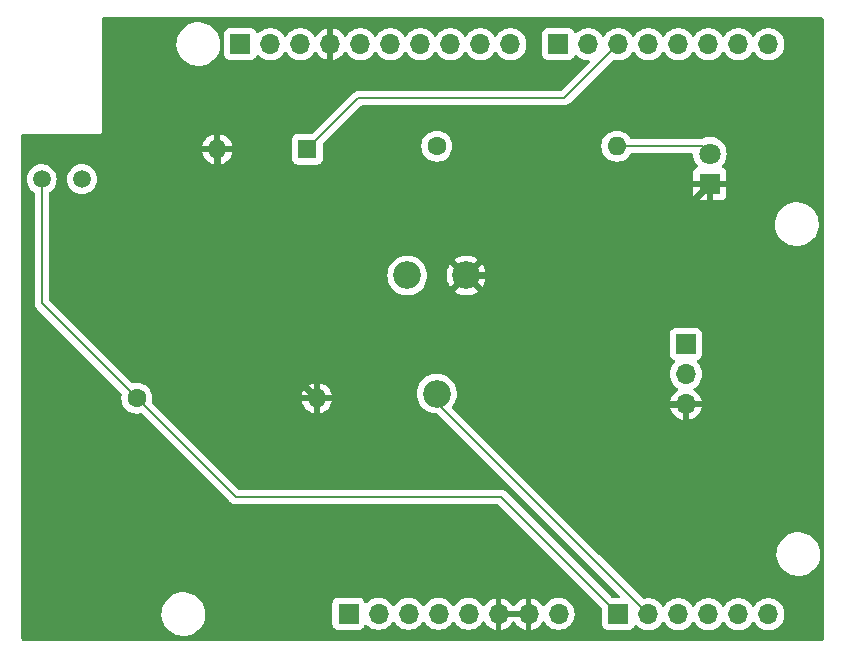
<source format=gbr>
%TF.GenerationSoftware,KiCad,Pcbnew,7.0.10*%
%TF.CreationDate,2024-09-09T18:41:44-04:00*%
%TF.ProjectId,Shield,53686965-6c64-42e6-9b69-6361645f7063,rev?*%
%TF.SameCoordinates,Original*%
%TF.FileFunction,Copper,L1,Top*%
%TF.FilePolarity,Positive*%
%FSLAX46Y46*%
G04 Gerber Fmt 4.6, Leading zero omitted, Abs format (unit mm)*
G04 Created by KiCad (PCBNEW 7.0.10) date 2024-09-09 18:41:44*
%MOMM*%
%LPD*%
G01*
G04 APERTURE LIST*
%TA.AperFunction,ComponentPad*%
%ADD10R,1.700000X1.700000*%
%TD*%
%TA.AperFunction,ComponentPad*%
%ADD11O,1.700000X1.700000*%
%TD*%
%TA.AperFunction,ComponentPad*%
%ADD12C,1.600000*%
%TD*%
%TA.AperFunction,ComponentPad*%
%ADD13O,1.600000X1.600000*%
%TD*%
%TA.AperFunction,ComponentPad*%
%ADD14R,1.800000X1.800000*%
%TD*%
%TA.AperFunction,ComponentPad*%
%ADD15C,1.800000*%
%TD*%
%TA.AperFunction,ComponentPad*%
%ADD16R,1.600000X1.600000*%
%TD*%
%TA.AperFunction,ComponentPad*%
%ADD17C,1.500000*%
%TD*%
%TA.AperFunction,ComponentPad*%
%ADD18C,2.340000*%
%TD*%
%TA.AperFunction,Conductor*%
%ADD19C,0.600000*%
%TD*%
%TA.AperFunction,Conductor*%
%ADD20C,0.200000*%
%TD*%
G04 APERTURE END LIST*
D10*
%TO.P,J4,1,Pin_1*%
%TO.N,unconnected-(J4-Pin_1-Pad1)*%
X145720000Y-49327000D03*
D11*
%TO.P,J4,2,Pin_2*%
%TO.N,unconnected-(J4-Pin_2-Pad2)*%
X148260000Y-49327000D03*
%TO.P,J4,3,Pin_3*%
%TO.N,/SWITCH*%
X150800000Y-49327000D03*
%TO.P,J4,4,Pin_4*%
%TO.N,unconnected-(J4-Pin_4-Pad4)*%
X153340000Y-49327000D03*
%TO.P,J4,5,Pin_5*%
%TO.N,unconnected-(J4-Pin_5-Pad5)*%
X155880000Y-49327000D03*
%TO.P,J4,6,Pin_6*%
%TO.N,unconnected-(J4-Pin_6-Pad6)*%
X158420000Y-49327000D03*
%TO.P,J4,7,Pin_7*%
%TO.N,unconnected-(J4-Pin_7-Pad7)*%
X160960000Y-49327000D03*
%TO.P,J4,8,Pin_8*%
%TO.N,unconnected-(J4-Pin_8-Pad8)*%
X163500000Y-49327000D03*
%TD*%
%TO.P,J3,10,Pin_10*%
%TO.N,unconnected-(J3-Pin_10-Pad10)*%
X141656000Y-49327000D03*
%TO.P,J3,9,Pin_9*%
%TO.N,/Servo*%
X139116000Y-49327000D03*
%TO.P,J3,8,Pin_8*%
%TO.N,unconnected-(J3-Pin_8-Pad8)*%
X136576000Y-49327000D03*
%TO.P,J3,7,Pin_7*%
%TO.N,unconnected-(J3-Pin_7-Pad7)*%
X134036000Y-49327000D03*
%TO.P,J3,6,Pin_6*%
%TO.N,/LED*%
X131496000Y-49327000D03*
%TO.P,J3,5,Pin_5*%
%TO.N,unconnected-(J3-Pin_5-Pad5)*%
X128956000Y-49327000D03*
%TO.P,J3,4,Pin_4*%
%TO.N,GND*%
X126416000Y-49327000D03*
%TO.P,J3,3,Pin_3*%
%TO.N,unconnected-(J3-Pin_3-Pad3)*%
X123876000Y-49327000D03*
%TO.P,J3,2,Pin_2*%
%TO.N,unconnected-(J3-Pin_2-Pad2)*%
X121336000Y-49327000D03*
D10*
%TO.P,J3,1,Pin_1*%
%TO.N,unconnected-(J3-Pin_1-Pad1)*%
X118796000Y-49327000D03*
%TD*%
%TO.P,J2,1,Pin_1*%
%TO.N,/LDR*%
X150800000Y-97587000D03*
D11*
%TO.P,J2,2,Pin_2*%
%TO.N,/POT*%
X153340000Y-97587000D03*
%TO.P,J2,3,Pin_3*%
%TO.N,unconnected-(J2-Pin_3-Pad3)*%
X155880000Y-97587000D03*
%TO.P,J2,4,Pin_4*%
%TO.N,unconnected-(J2-Pin_4-Pad4)*%
X158420000Y-97587000D03*
%TO.P,J2,5,Pin_5*%
%TO.N,unconnected-(J2-Pin_5-Pad5)*%
X160960000Y-97587000D03*
%TO.P,J2,6,Pin_6*%
%TO.N,unconnected-(J2-Pin_6-Pad6)*%
X163500000Y-97587000D03*
%TD*%
D10*
%TO.P,J1,1,Pin_1*%
%TO.N,unconnected-(J1-Pin_1-Pad1)*%
X127955000Y-97562000D03*
D11*
%TO.P,J1,2,Pin_2*%
%TO.N,unconnected-(J1-Pin_2-Pad2)*%
X130495000Y-97562000D03*
%TO.P,J1,3,Pin_3*%
%TO.N,unconnected-(J1-Pin_3-Pad3)*%
X133035000Y-97562000D03*
%TO.P,J1,4,Pin_4*%
%TO.N,+3V3*%
X135575000Y-97562000D03*
%TO.P,J1,5,Pin_5*%
%TO.N,+5V*%
X138115000Y-97562000D03*
%TO.P,J1,6,Pin_6*%
%TO.N,GND*%
X140655000Y-97562000D03*
%TO.P,J1,7,Pin_7*%
X143195000Y-97562000D03*
%TO.P,J1,8,Pin_8*%
%TO.N,VCC*%
X145735000Y-97562000D03*
%TD*%
D12*
%TO.P,R3,1*%
%TO.N,/LDR*%
X110033000Y-79299000D03*
D13*
%TO.P,R3,2*%
%TO.N,GND*%
X125273000Y-79299000D03*
%TD*%
D14*
%TO.P,D1,1,K*%
%TO.N,GND*%
X158547000Y-61143000D03*
D15*
%TO.P,D1,2,A*%
%TO.N,Net-(D1-A)*%
X158547000Y-58603000D03*
%TD*%
D10*
%TO.P,J5,1,Pin_1*%
%TO.N,/Servo*%
X156515000Y-74727000D03*
D11*
%TO.P,J5,2,Pin_2*%
%TO.N,+5V*%
X156515000Y-77267000D03*
%TO.P,J5,3,Pin_3*%
%TO.N,GND*%
X156515000Y-79807000D03*
%TD*%
D16*
%TO.P,SW1,1*%
%TO.N,/SWITCH*%
X124468500Y-58217000D03*
D13*
%TO.P,SW1,2*%
%TO.N,GND*%
X116848500Y-58217000D03*
%TD*%
D12*
%TO.P,R1,1*%
%TO.N,/LED*%
X135433000Y-57963000D03*
D13*
%TO.P,R1,2*%
%TO.N,Net-(D1-A)*%
X150673000Y-57963000D03*
%TD*%
D17*
%TO.P,R2,1*%
%TO.N,+5V*%
X105383000Y-60757000D03*
%TO.P,R2,2*%
%TO.N,/LDR*%
X101983000Y-60757000D03*
%TD*%
D18*
%TO.P,RV1,1,1*%
%TO.N,+5V*%
X132933000Y-68918000D03*
%TO.P,RV1,2,2*%
%TO.N,/POT*%
X135433000Y-78918000D03*
%TO.P,RV1,3,3*%
%TO.N,GND*%
X137933000Y-68918000D03*
%TD*%
D19*
%TO.N,GND*%
X150772000Y-68918000D02*
X158547000Y-61143000D01*
X116848500Y-58217000D02*
X116848500Y-70874500D01*
X148822000Y-79807000D02*
X137933000Y-68918000D01*
X156515000Y-79807000D02*
X148822000Y-79807000D01*
X137933000Y-68918000D02*
X150772000Y-68918000D01*
X116848500Y-70874500D02*
X125273000Y-79299000D01*
D20*
%TO.N,/LDR*%
X118415000Y-87681000D02*
X110033000Y-79299000D01*
X150800000Y-97587000D02*
X140894000Y-87681000D01*
X101983000Y-71249000D02*
X110033000Y-79299000D01*
X140894000Y-87681000D02*
X118415000Y-87681000D01*
X101983000Y-60757000D02*
X101983000Y-71249000D01*
%TO.N,/POT*%
X153340000Y-97587000D02*
X135433000Y-79680000D01*
X135433000Y-79680000D02*
X135433000Y-78918000D01*
%TO.N,/SWITCH*%
X124468500Y-58217000D02*
X128786500Y-53899000D01*
X128786500Y-53899000D02*
X146228000Y-53899000D01*
X146228000Y-53899000D02*
X150800000Y-49327000D01*
%TO.N,Net-(D1-A)*%
X150673000Y-57963000D02*
X157907000Y-57963000D01*
X157907000Y-57963000D02*
X158547000Y-58603000D01*
%TD*%
%TA.AperFunction,Conductor*%
%TO.N,GND*%
G36*
X142735507Y-97352156D02*
G01*
X142695000Y-97490111D01*
X142695000Y-97633889D01*
X142735507Y-97771844D01*
X142761314Y-97812000D01*
X141088686Y-97812000D01*
X141114493Y-97771844D01*
X141155000Y-97633889D01*
X141155000Y-97490111D01*
X141114493Y-97352156D01*
X141088686Y-97312000D01*
X142761314Y-97312000D01*
X142735507Y-97352156D01*
G37*
%TD.AperFunction*%
%TA.AperFunction,Conductor*%
G36*
X167954630Y-47039025D02*
G01*
X168005180Y-47047031D01*
X168042064Y-47059016D01*
X168078860Y-47077763D01*
X168110242Y-47100565D01*
X168139434Y-47129757D01*
X168162236Y-47161141D01*
X168180982Y-47197931D01*
X168192969Y-47234824D01*
X168200973Y-47285357D01*
X168202500Y-47304756D01*
X168202500Y-99609243D01*
X168200973Y-99628642D01*
X168192969Y-99679175D01*
X168180981Y-99716071D01*
X168162238Y-99752856D01*
X168139434Y-99784242D01*
X168110242Y-99813434D01*
X168078856Y-99836238D01*
X168042071Y-99854981D01*
X168005175Y-99866969D01*
X167976596Y-99871495D01*
X167954640Y-99874973D01*
X167935243Y-99876500D01*
X100517757Y-99876500D01*
X100498359Y-99874973D01*
X100447825Y-99866969D01*
X100410931Y-99854982D01*
X100374141Y-99836236D01*
X100342757Y-99813434D01*
X100313565Y-99784242D01*
X100290763Y-99752860D01*
X100272016Y-99716064D01*
X100260031Y-99679180D01*
X100252025Y-99628630D01*
X100250500Y-99609243D01*
X100250500Y-97654763D01*
X112115787Y-97654763D01*
X112145413Y-97924013D01*
X112145415Y-97924024D01*
X112181487Y-98062000D01*
X112213928Y-98186088D01*
X112319870Y-98435390D01*
X112455852Y-98658204D01*
X112460979Y-98666605D01*
X112460986Y-98666615D01*
X112634253Y-98874819D01*
X112634259Y-98874824D01*
X112713139Y-98945500D01*
X112835998Y-99055582D01*
X113061910Y-99205044D01*
X113307176Y-99320020D01*
X113307183Y-99320022D01*
X113307185Y-99320023D01*
X113566557Y-99398057D01*
X113566564Y-99398058D01*
X113566569Y-99398060D01*
X113834561Y-99437500D01*
X113834566Y-99437500D01*
X114037629Y-99437500D01*
X114037631Y-99437500D01*
X114037636Y-99437499D01*
X114037648Y-99437499D01*
X114075191Y-99434750D01*
X114240156Y-99422677D01*
X114352758Y-99397593D01*
X114504546Y-99363782D01*
X114504548Y-99363781D01*
X114504553Y-99363780D01*
X114757558Y-99267014D01*
X114993777Y-99134441D01*
X115208177Y-98968888D01*
X115396186Y-98773881D01*
X115553799Y-98553579D01*
X115601574Y-98460654D01*
X126596500Y-98460654D01*
X126603011Y-98521202D01*
X126603011Y-98521204D01*
X126654111Y-98658204D01*
X126741739Y-98775261D01*
X126858796Y-98862889D01*
X126995799Y-98913989D01*
X127023050Y-98916918D01*
X127056345Y-98920499D01*
X127056362Y-98920500D01*
X128853638Y-98920500D01*
X128853654Y-98920499D01*
X128880692Y-98917591D01*
X128914201Y-98913989D01*
X129051204Y-98862889D01*
X129168261Y-98775261D01*
X129255889Y-98658204D01*
X129301138Y-98536887D01*
X129343009Y-98480956D01*
X129408474Y-98456539D01*
X129476746Y-98471391D01*
X129508545Y-98496236D01*
X129571760Y-98564906D01*
X129749424Y-98703189D01*
X129749425Y-98703189D01*
X129749427Y-98703191D01*
X129809314Y-98735600D01*
X129947426Y-98810342D01*
X130160365Y-98883444D01*
X130382431Y-98920500D01*
X130607569Y-98920500D01*
X130829635Y-98883444D01*
X131042574Y-98810342D01*
X131240576Y-98703189D01*
X131418240Y-98564906D01*
X131539594Y-98433082D01*
X131570715Y-98399276D01*
X131570715Y-98399275D01*
X131570722Y-98399268D01*
X131661193Y-98260790D01*
X131714338Y-98215437D01*
X131783569Y-98206013D01*
X131846905Y-98235515D01*
X131868804Y-98260787D01*
X131959278Y-98399268D01*
X131959283Y-98399273D01*
X131959284Y-98399276D01*
X132111756Y-98564902D01*
X132111760Y-98564906D01*
X132289424Y-98703189D01*
X132289425Y-98703189D01*
X132289427Y-98703191D01*
X132349314Y-98735600D01*
X132487426Y-98810342D01*
X132700365Y-98883444D01*
X132922431Y-98920500D01*
X133147569Y-98920500D01*
X133369635Y-98883444D01*
X133582574Y-98810342D01*
X133780576Y-98703189D01*
X133958240Y-98564906D01*
X134079594Y-98433082D01*
X134110715Y-98399276D01*
X134110715Y-98399275D01*
X134110722Y-98399268D01*
X134201193Y-98260790D01*
X134254338Y-98215437D01*
X134323569Y-98206013D01*
X134386905Y-98235515D01*
X134408804Y-98260787D01*
X134499278Y-98399268D01*
X134499283Y-98399273D01*
X134499284Y-98399276D01*
X134651756Y-98564902D01*
X134651760Y-98564906D01*
X134829424Y-98703189D01*
X134829425Y-98703189D01*
X134829427Y-98703191D01*
X134889314Y-98735600D01*
X135027426Y-98810342D01*
X135240365Y-98883444D01*
X135462431Y-98920500D01*
X135687569Y-98920500D01*
X135909635Y-98883444D01*
X136122574Y-98810342D01*
X136320576Y-98703189D01*
X136498240Y-98564906D01*
X136619594Y-98433082D01*
X136650715Y-98399276D01*
X136650715Y-98399275D01*
X136650722Y-98399268D01*
X136741193Y-98260790D01*
X136794338Y-98215437D01*
X136863569Y-98206013D01*
X136926905Y-98235515D01*
X136948804Y-98260787D01*
X137039278Y-98399268D01*
X137039283Y-98399273D01*
X137039284Y-98399276D01*
X137191756Y-98564902D01*
X137191760Y-98564906D01*
X137369424Y-98703189D01*
X137369425Y-98703189D01*
X137369427Y-98703191D01*
X137429314Y-98735600D01*
X137567426Y-98810342D01*
X137780365Y-98883444D01*
X138002431Y-98920500D01*
X138227569Y-98920500D01*
X138449635Y-98883444D01*
X138662574Y-98810342D01*
X138860576Y-98703189D01*
X139038240Y-98564906D01*
X139159594Y-98433082D01*
X139190715Y-98399276D01*
X139190715Y-98399275D01*
X139190722Y-98399268D01*
X139284749Y-98255347D01*
X139337894Y-98209994D01*
X139407125Y-98200570D01*
X139470461Y-98230072D01*
X139490130Y-98252048D01*
X139616890Y-98433078D01*
X139783917Y-98600105D01*
X139977421Y-98735600D01*
X140191507Y-98835429D01*
X140191516Y-98835433D01*
X140405000Y-98892634D01*
X140405000Y-97997501D01*
X140512685Y-98046680D01*
X140619237Y-98062000D01*
X140690763Y-98062000D01*
X140797315Y-98046680D01*
X140905000Y-97997501D01*
X140905000Y-98892633D01*
X141118483Y-98835433D01*
X141118492Y-98835429D01*
X141332578Y-98735600D01*
X141526082Y-98600105D01*
X141693105Y-98433082D01*
X141823425Y-98246968D01*
X141878002Y-98203344D01*
X141947501Y-98196151D01*
X142009855Y-98227673D01*
X142026575Y-98246968D01*
X142156894Y-98433082D01*
X142323917Y-98600105D01*
X142517421Y-98735600D01*
X142731507Y-98835429D01*
X142731516Y-98835433D01*
X142945000Y-98892634D01*
X142945000Y-97997501D01*
X143052685Y-98046680D01*
X143159237Y-98062000D01*
X143230763Y-98062000D01*
X143337315Y-98046680D01*
X143445000Y-97997501D01*
X143445000Y-98892633D01*
X143658483Y-98835433D01*
X143658492Y-98835429D01*
X143872578Y-98735600D01*
X144066082Y-98600105D01*
X144233105Y-98433082D01*
X144359868Y-98252048D01*
X144414445Y-98208423D01*
X144483944Y-98201231D01*
X144546298Y-98232753D01*
X144565251Y-98255350D01*
X144659276Y-98399265D01*
X144659284Y-98399276D01*
X144811756Y-98564902D01*
X144811760Y-98564906D01*
X144989424Y-98703189D01*
X144989425Y-98703189D01*
X144989427Y-98703191D01*
X145049314Y-98735600D01*
X145187426Y-98810342D01*
X145400365Y-98883444D01*
X145622431Y-98920500D01*
X145847569Y-98920500D01*
X146069635Y-98883444D01*
X146282574Y-98810342D01*
X146480576Y-98703189D01*
X146658240Y-98564906D01*
X146779594Y-98433082D01*
X146810715Y-98399276D01*
X146810717Y-98399273D01*
X146810722Y-98399268D01*
X146933860Y-98210791D01*
X147024296Y-98004616D01*
X147079564Y-97786368D01*
X147090469Y-97654765D01*
X147098156Y-97562005D01*
X147098156Y-97561994D01*
X147079565Y-97337640D01*
X147079563Y-97337628D01*
X147024296Y-97119385D01*
X147023556Y-97117699D01*
X146933860Y-96913209D01*
X146917706Y-96888484D01*
X146872291Y-96818970D01*
X146810722Y-96724732D01*
X146810719Y-96724729D01*
X146810715Y-96724723D01*
X146658243Y-96559097D01*
X146658238Y-96559092D01*
X146480577Y-96420812D01*
X146480572Y-96420808D01*
X146282580Y-96313661D01*
X146282577Y-96313659D01*
X146282574Y-96313658D01*
X146282571Y-96313657D01*
X146282569Y-96313656D01*
X146069637Y-96240556D01*
X145847569Y-96203500D01*
X145622431Y-96203500D01*
X145400362Y-96240556D01*
X145187430Y-96313656D01*
X145187419Y-96313661D01*
X144989427Y-96420808D01*
X144989422Y-96420812D01*
X144811761Y-96559092D01*
X144811756Y-96559097D01*
X144659284Y-96724723D01*
X144659276Y-96724734D01*
X144565251Y-96868650D01*
X144512105Y-96914007D01*
X144442873Y-96923430D01*
X144379538Y-96893928D01*
X144359868Y-96871951D01*
X144233113Y-96690926D01*
X144233108Y-96690920D01*
X144066082Y-96523894D01*
X143872578Y-96388399D01*
X143658492Y-96288570D01*
X143658486Y-96288567D01*
X143445000Y-96231364D01*
X143445000Y-97126498D01*
X143337315Y-97077320D01*
X143230763Y-97062000D01*
X143159237Y-97062000D01*
X143052685Y-97077320D01*
X142945000Y-97126498D01*
X142945000Y-96231364D01*
X142944999Y-96231364D01*
X142731513Y-96288567D01*
X142731507Y-96288570D01*
X142517422Y-96388399D01*
X142517420Y-96388400D01*
X142323926Y-96523886D01*
X142323920Y-96523891D01*
X142156891Y-96690920D01*
X142156890Y-96690922D01*
X142026575Y-96877031D01*
X141971998Y-96920655D01*
X141902499Y-96927848D01*
X141840145Y-96896326D01*
X141823425Y-96877031D01*
X141693109Y-96690922D01*
X141693108Y-96690920D01*
X141526082Y-96523894D01*
X141332578Y-96388399D01*
X141118492Y-96288570D01*
X141118486Y-96288567D01*
X140905000Y-96231364D01*
X140905000Y-97126498D01*
X140797315Y-97077320D01*
X140690763Y-97062000D01*
X140619237Y-97062000D01*
X140512685Y-97077320D01*
X140405000Y-97126498D01*
X140405000Y-96231364D01*
X140404999Y-96231364D01*
X140191513Y-96288567D01*
X140191507Y-96288570D01*
X139977422Y-96388399D01*
X139977420Y-96388400D01*
X139783926Y-96523886D01*
X139783920Y-96523891D01*
X139616891Y-96690920D01*
X139616890Y-96690922D01*
X139490131Y-96871952D01*
X139435554Y-96915577D01*
X139366055Y-96922769D01*
X139303701Y-96891247D01*
X139284752Y-96868656D01*
X139190722Y-96724732D01*
X139190715Y-96724725D01*
X139190715Y-96724723D01*
X139038243Y-96559097D01*
X139038238Y-96559092D01*
X138860577Y-96420812D01*
X138860572Y-96420808D01*
X138662580Y-96313661D01*
X138662577Y-96313659D01*
X138662574Y-96313658D01*
X138662571Y-96313657D01*
X138662569Y-96313656D01*
X138449637Y-96240556D01*
X138227569Y-96203500D01*
X138002431Y-96203500D01*
X137780362Y-96240556D01*
X137567430Y-96313656D01*
X137567419Y-96313661D01*
X137369427Y-96420808D01*
X137369422Y-96420812D01*
X137191761Y-96559092D01*
X137191756Y-96559097D01*
X137039284Y-96724723D01*
X137039276Y-96724734D01*
X136948808Y-96863206D01*
X136895662Y-96908562D01*
X136826431Y-96917986D01*
X136763095Y-96888484D01*
X136741192Y-96863206D01*
X136683286Y-96774576D01*
X136650722Y-96724732D01*
X136650719Y-96724729D01*
X136650715Y-96724723D01*
X136498243Y-96559097D01*
X136498238Y-96559092D01*
X136320577Y-96420812D01*
X136320572Y-96420808D01*
X136122580Y-96313661D01*
X136122577Y-96313659D01*
X136122574Y-96313658D01*
X136122571Y-96313657D01*
X136122569Y-96313656D01*
X135909637Y-96240556D01*
X135687569Y-96203500D01*
X135462431Y-96203500D01*
X135240362Y-96240556D01*
X135027430Y-96313656D01*
X135027419Y-96313661D01*
X134829427Y-96420808D01*
X134829422Y-96420812D01*
X134651761Y-96559092D01*
X134651756Y-96559097D01*
X134499284Y-96724723D01*
X134499276Y-96724734D01*
X134408808Y-96863206D01*
X134355662Y-96908562D01*
X134286431Y-96917986D01*
X134223095Y-96888484D01*
X134201192Y-96863206D01*
X134143286Y-96774576D01*
X134110722Y-96724732D01*
X134110719Y-96724729D01*
X134110715Y-96724723D01*
X133958243Y-96559097D01*
X133958238Y-96559092D01*
X133780577Y-96420812D01*
X133780572Y-96420808D01*
X133582580Y-96313661D01*
X133582577Y-96313659D01*
X133582574Y-96313658D01*
X133582571Y-96313657D01*
X133582569Y-96313656D01*
X133369637Y-96240556D01*
X133147569Y-96203500D01*
X132922431Y-96203500D01*
X132700362Y-96240556D01*
X132487430Y-96313656D01*
X132487419Y-96313661D01*
X132289427Y-96420808D01*
X132289422Y-96420812D01*
X132111761Y-96559092D01*
X132111756Y-96559097D01*
X131959284Y-96724723D01*
X131959276Y-96724734D01*
X131868808Y-96863206D01*
X131815662Y-96908562D01*
X131746431Y-96917986D01*
X131683095Y-96888484D01*
X131661192Y-96863206D01*
X131603286Y-96774576D01*
X131570722Y-96724732D01*
X131570719Y-96724729D01*
X131570715Y-96724723D01*
X131418243Y-96559097D01*
X131418238Y-96559092D01*
X131240577Y-96420812D01*
X131240572Y-96420808D01*
X131042580Y-96313661D01*
X131042577Y-96313659D01*
X131042574Y-96313658D01*
X131042571Y-96313657D01*
X131042569Y-96313656D01*
X130829637Y-96240556D01*
X130607569Y-96203500D01*
X130382431Y-96203500D01*
X130160362Y-96240556D01*
X129947430Y-96313656D01*
X129947419Y-96313661D01*
X129749427Y-96420808D01*
X129749422Y-96420812D01*
X129571761Y-96559092D01*
X129508548Y-96627760D01*
X129448661Y-96663750D01*
X129378823Y-96661649D01*
X129321207Y-96622124D01*
X129301138Y-96587110D01*
X129255889Y-96465796D01*
X129222214Y-96420812D01*
X129168261Y-96348739D01*
X129051204Y-96261111D01*
X129002886Y-96243089D01*
X128914203Y-96210011D01*
X128853654Y-96203500D01*
X128853638Y-96203500D01*
X127056362Y-96203500D01*
X127056345Y-96203500D01*
X126995797Y-96210011D01*
X126995795Y-96210011D01*
X126858795Y-96261111D01*
X126741739Y-96348739D01*
X126654111Y-96465795D01*
X126603011Y-96602795D01*
X126603011Y-96602797D01*
X126596500Y-96663345D01*
X126596500Y-98460654D01*
X115601574Y-98460654D01*
X115627787Y-98409669D01*
X115677649Y-98312690D01*
X115677651Y-98312684D01*
X115677656Y-98312675D01*
X115765118Y-98056305D01*
X115814319Y-97789933D01*
X115824212Y-97519235D01*
X115794586Y-97249982D01*
X115726072Y-96987912D01*
X115620130Y-96738610D01*
X115479018Y-96507390D01*
X115477845Y-96505981D01*
X115305746Y-96299180D01*
X115305740Y-96299175D01*
X115104002Y-96118418D01*
X114878092Y-95968957D01*
X114878090Y-95968956D01*
X114632824Y-95853980D01*
X114632819Y-95853978D01*
X114632814Y-95853976D01*
X114373442Y-95775942D01*
X114373428Y-95775939D01*
X114257791Y-95758921D01*
X114105439Y-95736500D01*
X113902369Y-95736500D01*
X113902351Y-95736500D01*
X113699844Y-95751323D01*
X113699831Y-95751325D01*
X113435453Y-95810217D01*
X113435446Y-95810220D01*
X113182439Y-95906987D01*
X112946226Y-96039557D01*
X112731822Y-96205112D01*
X112543822Y-96400109D01*
X112543816Y-96400116D01*
X112386202Y-96620419D01*
X112386199Y-96620424D01*
X112262350Y-96861309D01*
X112262343Y-96861327D01*
X112174884Y-97117685D01*
X112174882Y-97117695D01*
X112134257Y-97337640D01*
X112125681Y-97384068D01*
X112125680Y-97384075D01*
X112115787Y-97654763D01*
X100250500Y-97654763D01*
X100250500Y-60757000D01*
X100719693Y-60757000D01*
X100738885Y-60976371D01*
X100795880Y-61189076D01*
X100888944Y-61388654D01*
X100950524Y-61476599D01*
X101015251Y-61569038D01*
X101170961Y-61724748D01*
X101321624Y-61830244D01*
X101365249Y-61884822D01*
X101374500Y-61931819D01*
X101374500Y-71200995D01*
X101373439Y-71217180D01*
X101369250Y-71248998D01*
X101369250Y-71249001D01*
X101373969Y-71284846D01*
X101373972Y-71284878D01*
X101387607Y-71388455D01*
X101387608Y-71388455D01*
X101390161Y-71407851D01*
X101451474Y-71555873D01*
X101451476Y-71555877D01*
X101496948Y-71615136D01*
X101524523Y-71651072D01*
X101524525Y-71651074D01*
X101549013Y-71682987D01*
X101574481Y-71702529D01*
X101586673Y-71713222D01*
X108732135Y-78858684D01*
X108765620Y-78920007D01*
X108764229Y-78978457D01*
X108739459Y-79070904D01*
X108739456Y-79070918D01*
X108719502Y-79298998D01*
X108719502Y-79299001D01*
X108739456Y-79527081D01*
X108739457Y-79527089D01*
X108798714Y-79748238D01*
X108798718Y-79748249D01*
X108893487Y-79951482D01*
X108895477Y-79955749D01*
X109026802Y-80143300D01*
X109188700Y-80305198D01*
X109376251Y-80436523D01*
X109479306Y-80484578D01*
X109583750Y-80533281D01*
X109583752Y-80533281D01*
X109583757Y-80533284D01*
X109804913Y-80592543D01*
X109967832Y-80606796D01*
X110032998Y-80612498D01*
X110033000Y-80612498D01*
X110033002Y-80612498D01*
X110064614Y-80609732D01*
X110261087Y-80592543D01*
X110353538Y-80567770D01*
X110423388Y-80569431D01*
X110473314Y-80599863D01*
X117950777Y-88077326D01*
X117961472Y-88089521D01*
X117981012Y-88114987D01*
X118012921Y-88139472D01*
X118012925Y-88139474D01*
X118012928Y-88139477D01*
X118066830Y-88180838D01*
X118108122Y-88212523D01*
X118108128Y-88212526D01*
X118182136Y-88243181D01*
X118256149Y-88273838D01*
X118275536Y-88276390D01*
X118275543Y-88276393D01*
X118275543Y-88276391D01*
X118375115Y-88289500D01*
X118375117Y-88289500D01*
X118379128Y-88290028D01*
X118379154Y-88290031D01*
X118414999Y-88294750D01*
X118415000Y-88294750D01*
X118415001Y-88294750D01*
X118446820Y-88290561D01*
X118463005Y-88289500D01*
X140590589Y-88289500D01*
X140657628Y-88309185D01*
X140678270Y-88325819D01*
X149405181Y-97052730D01*
X149438666Y-97114053D01*
X149441500Y-97140411D01*
X149441500Y-98485654D01*
X149448011Y-98546202D01*
X149448011Y-98546204D01*
X149499111Y-98683204D01*
X149586739Y-98800261D01*
X149703796Y-98887889D01*
X149840799Y-98938989D01*
X149868050Y-98941918D01*
X149901345Y-98945499D01*
X149901362Y-98945500D01*
X151698638Y-98945500D01*
X151698654Y-98945499D01*
X151725692Y-98942591D01*
X151759201Y-98938989D01*
X151896204Y-98887889D01*
X152013261Y-98800261D01*
X152100889Y-98683204D01*
X152146138Y-98561887D01*
X152188009Y-98505956D01*
X152253474Y-98481539D01*
X152321746Y-98496391D01*
X152353545Y-98521236D01*
X152416760Y-98589906D01*
X152594424Y-98728189D01*
X152594425Y-98728189D01*
X152594427Y-98728191D01*
X152721135Y-98796761D01*
X152792426Y-98835342D01*
X153005365Y-98908444D01*
X153227431Y-98945500D01*
X153452569Y-98945500D01*
X153674635Y-98908444D01*
X153887574Y-98835342D01*
X154085576Y-98728189D01*
X154263240Y-98589906D01*
X154386014Y-98456539D01*
X154415715Y-98424276D01*
X154415715Y-98424275D01*
X154415722Y-98424268D01*
X154506193Y-98285790D01*
X154559338Y-98240437D01*
X154628569Y-98231013D01*
X154691905Y-98260515D01*
X154713804Y-98285787D01*
X154804278Y-98424268D01*
X154804283Y-98424273D01*
X154804284Y-98424276D01*
X154956756Y-98589902D01*
X154956761Y-98589907D01*
X155015981Y-98636000D01*
X155134424Y-98728189D01*
X155134425Y-98728189D01*
X155134427Y-98728191D01*
X155261135Y-98796761D01*
X155332426Y-98835342D01*
X155545365Y-98908444D01*
X155767431Y-98945500D01*
X155992569Y-98945500D01*
X156214635Y-98908444D01*
X156427574Y-98835342D01*
X156625576Y-98728189D01*
X156803240Y-98589906D01*
X156926014Y-98456539D01*
X156955715Y-98424276D01*
X156955715Y-98424275D01*
X156955722Y-98424268D01*
X157046193Y-98285790D01*
X157099338Y-98240437D01*
X157168569Y-98231013D01*
X157231905Y-98260515D01*
X157253804Y-98285787D01*
X157344278Y-98424268D01*
X157344283Y-98424273D01*
X157344284Y-98424276D01*
X157496756Y-98589902D01*
X157496761Y-98589907D01*
X157555981Y-98636000D01*
X157674424Y-98728189D01*
X157674425Y-98728189D01*
X157674427Y-98728191D01*
X157801135Y-98796761D01*
X157872426Y-98835342D01*
X158085365Y-98908444D01*
X158307431Y-98945500D01*
X158532569Y-98945500D01*
X158754635Y-98908444D01*
X158967574Y-98835342D01*
X159165576Y-98728189D01*
X159343240Y-98589906D01*
X159466014Y-98456539D01*
X159495715Y-98424276D01*
X159495715Y-98424275D01*
X159495722Y-98424268D01*
X159586193Y-98285790D01*
X159639338Y-98240437D01*
X159708569Y-98231013D01*
X159771905Y-98260515D01*
X159793804Y-98285787D01*
X159884278Y-98424268D01*
X159884283Y-98424273D01*
X159884284Y-98424276D01*
X160036756Y-98589902D01*
X160036761Y-98589907D01*
X160095981Y-98636000D01*
X160214424Y-98728189D01*
X160214425Y-98728189D01*
X160214427Y-98728191D01*
X160341135Y-98796761D01*
X160412426Y-98835342D01*
X160625365Y-98908444D01*
X160847431Y-98945500D01*
X161072569Y-98945500D01*
X161294635Y-98908444D01*
X161507574Y-98835342D01*
X161705576Y-98728189D01*
X161883240Y-98589906D01*
X162006014Y-98456539D01*
X162035715Y-98424276D01*
X162035715Y-98424275D01*
X162035722Y-98424268D01*
X162126193Y-98285790D01*
X162179338Y-98240437D01*
X162248569Y-98231013D01*
X162311905Y-98260515D01*
X162333804Y-98285787D01*
X162424278Y-98424268D01*
X162424283Y-98424273D01*
X162424284Y-98424276D01*
X162576756Y-98589902D01*
X162576761Y-98589907D01*
X162635981Y-98636000D01*
X162754424Y-98728189D01*
X162754425Y-98728189D01*
X162754427Y-98728191D01*
X162881135Y-98796761D01*
X162952426Y-98835342D01*
X163165365Y-98908444D01*
X163387431Y-98945500D01*
X163612569Y-98945500D01*
X163834635Y-98908444D01*
X164047574Y-98835342D01*
X164245576Y-98728189D01*
X164423240Y-98589906D01*
X164546014Y-98456539D01*
X164575715Y-98424276D01*
X164575717Y-98424273D01*
X164575722Y-98424268D01*
X164698860Y-98235791D01*
X164789296Y-98029616D01*
X164844564Y-97811368D01*
X164846340Y-97789933D01*
X164863156Y-97587005D01*
X164863156Y-97586994D01*
X164844565Y-97362640D01*
X164844563Y-97362628D01*
X164789296Y-97144385D01*
X164778330Y-97119385D01*
X164698860Y-96938209D01*
X164689204Y-96923430D01*
X164575723Y-96749734D01*
X164575715Y-96749723D01*
X164423243Y-96584097D01*
X164423238Y-96584092D01*
X164245577Y-96445812D01*
X164245572Y-96445808D01*
X164047580Y-96338661D01*
X164047577Y-96338659D01*
X164047574Y-96338658D01*
X164047571Y-96338657D01*
X164047569Y-96338656D01*
X163834637Y-96265556D01*
X163612569Y-96228500D01*
X163387431Y-96228500D01*
X163165362Y-96265556D01*
X162952430Y-96338656D01*
X162952419Y-96338661D01*
X162754427Y-96445808D01*
X162754422Y-96445812D01*
X162576761Y-96584092D01*
X162576756Y-96584097D01*
X162424284Y-96749723D01*
X162424276Y-96749734D01*
X162333808Y-96888206D01*
X162280662Y-96933562D01*
X162211431Y-96942986D01*
X162148095Y-96913484D01*
X162126192Y-96888206D01*
X162035723Y-96749734D01*
X162035715Y-96749723D01*
X161883243Y-96584097D01*
X161883238Y-96584092D01*
X161705577Y-96445812D01*
X161705572Y-96445808D01*
X161507580Y-96338661D01*
X161507577Y-96338659D01*
X161507574Y-96338658D01*
X161507571Y-96338657D01*
X161507569Y-96338656D01*
X161294637Y-96265556D01*
X161072569Y-96228500D01*
X160847431Y-96228500D01*
X160625362Y-96265556D01*
X160412430Y-96338656D01*
X160412419Y-96338661D01*
X160214427Y-96445808D01*
X160214422Y-96445812D01*
X160036761Y-96584092D01*
X160036756Y-96584097D01*
X159884284Y-96749723D01*
X159884276Y-96749734D01*
X159793808Y-96888206D01*
X159740662Y-96933562D01*
X159671431Y-96942986D01*
X159608095Y-96913484D01*
X159586192Y-96888206D01*
X159495723Y-96749734D01*
X159495715Y-96749723D01*
X159343243Y-96584097D01*
X159343238Y-96584092D01*
X159165577Y-96445812D01*
X159165572Y-96445808D01*
X158967580Y-96338661D01*
X158967577Y-96338659D01*
X158967574Y-96338658D01*
X158967571Y-96338657D01*
X158967569Y-96338656D01*
X158754637Y-96265556D01*
X158532569Y-96228500D01*
X158307431Y-96228500D01*
X158085362Y-96265556D01*
X157872430Y-96338656D01*
X157872419Y-96338661D01*
X157674427Y-96445808D01*
X157674422Y-96445812D01*
X157496761Y-96584092D01*
X157496756Y-96584097D01*
X157344284Y-96749723D01*
X157344276Y-96749734D01*
X157253808Y-96888206D01*
X157200662Y-96933562D01*
X157131431Y-96942986D01*
X157068095Y-96913484D01*
X157046192Y-96888206D01*
X156955723Y-96749734D01*
X156955715Y-96749723D01*
X156803243Y-96584097D01*
X156803238Y-96584092D01*
X156625577Y-96445812D01*
X156625572Y-96445808D01*
X156427580Y-96338661D01*
X156427577Y-96338659D01*
X156427574Y-96338658D01*
X156427571Y-96338657D01*
X156427569Y-96338656D01*
X156214637Y-96265556D01*
X155992569Y-96228500D01*
X155767431Y-96228500D01*
X155545362Y-96265556D01*
X155332430Y-96338656D01*
X155332419Y-96338661D01*
X155134427Y-96445808D01*
X155134422Y-96445812D01*
X154956761Y-96584092D01*
X154956756Y-96584097D01*
X154804284Y-96749723D01*
X154804276Y-96749734D01*
X154713808Y-96888206D01*
X154660662Y-96933562D01*
X154591431Y-96942986D01*
X154528095Y-96913484D01*
X154506192Y-96888206D01*
X154415723Y-96749734D01*
X154415715Y-96749723D01*
X154263243Y-96584097D01*
X154263238Y-96584092D01*
X154085577Y-96445812D01*
X154085572Y-96445808D01*
X153887580Y-96338661D01*
X153887577Y-96338659D01*
X153887574Y-96338658D01*
X153887571Y-96338657D01*
X153887569Y-96338656D01*
X153674637Y-96265556D01*
X153452569Y-96228500D01*
X153227431Y-96228500D01*
X153005362Y-96265556D01*
X152984576Y-96272691D01*
X152914777Y-96275837D01*
X152856638Y-96243089D01*
X149188312Y-92574763D01*
X164185787Y-92574763D01*
X164215413Y-92844013D01*
X164215415Y-92844024D01*
X164283926Y-93106082D01*
X164283928Y-93106088D01*
X164389870Y-93355390D01*
X164461998Y-93473575D01*
X164530979Y-93586605D01*
X164530986Y-93586615D01*
X164704253Y-93794819D01*
X164704259Y-93794824D01*
X164905998Y-93975582D01*
X165131910Y-94125044D01*
X165377176Y-94240020D01*
X165377183Y-94240022D01*
X165377185Y-94240023D01*
X165636557Y-94318057D01*
X165636564Y-94318058D01*
X165636569Y-94318060D01*
X165904561Y-94357500D01*
X165904566Y-94357500D01*
X166107629Y-94357500D01*
X166107631Y-94357500D01*
X166107636Y-94357499D01*
X166107648Y-94357499D01*
X166145191Y-94354750D01*
X166310156Y-94342677D01*
X166422758Y-94317593D01*
X166574546Y-94283782D01*
X166574548Y-94283781D01*
X166574553Y-94283780D01*
X166827558Y-94187014D01*
X167063777Y-94054441D01*
X167278177Y-93888888D01*
X167466186Y-93693881D01*
X167623799Y-93473579D01*
X167697787Y-93329669D01*
X167747649Y-93232690D01*
X167747651Y-93232684D01*
X167747656Y-93232675D01*
X167835118Y-92976305D01*
X167884319Y-92709933D01*
X167894212Y-92439235D01*
X167864586Y-92169982D01*
X167796072Y-91907912D01*
X167690130Y-91658610D01*
X167549018Y-91427390D01*
X167459747Y-91320119D01*
X167375746Y-91219180D01*
X167375740Y-91219175D01*
X167174002Y-91038418D01*
X166948092Y-90888957D01*
X166948090Y-90888956D01*
X166702824Y-90773980D01*
X166702819Y-90773978D01*
X166702814Y-90773976D01*
X166443442Y-90695942D01*
X166443428Y-90695939D01*
X166327791Y-90678921D01*
X166175439Y-90656500D01*
X165972369Y-90656500D01*
X165972351Y-90656500D01*
X165769844Y-90671323D01*
X165769831Y-90671325D01*
X165505453Y-90730217D01*
X165505446Y-90730220D01*
X165252439Y-90826987D01*
X165016226Y-90959557D01*
X164801822Y-91125112D01*
X164613822Y-91320109D01*
X164613816Y-91320116D01*
X164456202Y-91540419D01*
X164456199Y-91540424D01*
X164332350Y-91781309D01*
X164332343Y-91781327D01*
X164244884Y-92037685D01*
X164244881Y-92037699D01*
X164195681Y-92304068D01*
X164195680Y-92304075D01*
X164185787Y-92574763D01*
X149188312Y-92574763D01*
X136749468Y-80135919D01*
X136715983Y-80074596D01*
X136720967Y-80004904D01*
X136740202Y-79970925D01*
X136823731Y-79866184D01*
X136949517Y-79648316D01*
X137041427Y-79414134D01*
X137097407Y-79168869D01*
X137106390Y-79048999D01*
X137116207Y-78918004D01*
X137116207Y-78917995D01*
X137097407Y-78667133D01*
X137091729Y-78642254D01*
X137041427Y-78421866D01*
X136949517Y-78187684D01*
X136823731Y-77969816D01*
X136666878Y-77773128D01*
X136482462Y-77602016D01*
X136274604Y-77460300D01*
X136274603Y-77460299D01*
X136274596Y-77460295D01*
X136047947Y-77351148D01*
X136047949Y-77351148D01*
X135807550Y-77276995D01*
X135807544Y-77276993D01*
X135741278Y-77267005D01*
X155151844Y-77267005D01*
X155170434Y-77491359D01*
X155170436Y-77491371D01*
X155225703Y-77709614D01*
X155316140Y-77915792D01*
X155439276Y-78104265D01*
X155439284Y-78104276D01*
X155591756Y-78269902D01*
X155591761Y-78269907D01*
X155629579Y-78299342D01*
X155769424Y-78408189D01*
X155812693Y-78431605D01*
X155812695Y-78431606D01*
X155862286Y-78480825D01*
X155877394Y-78549042D01*
X155853224Y-78614597D01*
X155824802Y-78642236D01*
X155643922Y-78768890D01*
X155643920Y-78768891D01*
X155476891Y-78935920D01*
X155476886Y-78935926D01*
X155341400Y-79129420D01*
X155341399Y-79129422D01*
X155241570Y-79343507D01*
X155241567Y-79343513D01*
X155184364Y-79556999D01*
X155184364Y-79557000D01*
X156081314Y-79557000D01*
X156055507Y-79597156D01*
X156015000Y-79735111D01*
X156015000Y-79878889D01*
X156055507Y-80016844D01*
X156081314Y-80057000D01*
X155184364Y-80057000D01*
X155241567Y-80270486D01*
X155241570Y-80270492D01*
X155341399Y-80484578D01*
X155476894Y-80678082D01*
X155643917Y-80845105D01*
X155837421Y-80980600D01*
X156051507Y-81080429D01*
X156051516Y-81080433D01*
X156265000Y-81137634D01*
X156265000Y-80242501D01*
X156372685Y-80291680D01*
X156479237Y-80307000D01*
X156550763Y-80307000D01*
X156657315Y-80291680D01*
X156765000Y-80242501D01*
X156765000Y-81137633D01*
X156978483Y-81080433D01*
X156978492Y-81080429D01*
X157192578Y-80980600D01*
X157386082Y-80845105D01*
X157553105Y-80678082D01*
X157688600Y-80484578D01*
X157788429Y-80270492D01*
X157788432Y-80270486D01*
X157845636Y-80057000D01*
X156948686Y-80057000D01*
X156974493Y-80016844D01*
X157015000Y-79878889D01*
X157015000Y-79735111D01*
X156974493Y-79597156D01*
X156948686Y-79557000D01*
X157845636Y-79557000D01*
X157845635Y-79556999D01*
X157788432Y-79343513D01*
X157788429Y-79343507D01*
X157688600Y-79129422D01*
X157688599Y-79129420D01*
X157553113Y-78935926D01*
X157553108Y-78935920D01*
X157386082Y-78768894D01*
X157205197Y-78642236D01*
X157161572Y-78587659D01*
X157154380Y-78518160D01*
X157185902Y-78455806D01*
X157217300Y-78431608D01*
X157260576Y-78408189D01*
X157438240Y-78269906D01*
X157590722Y-78104268D01*
X157713860Y-77915791D01*
X157804296Y-77709616D01*
X157859564Y-77491368D01*
X157859565Y-77491359D01*
X157878156Y-77267005D01*
X157878156Y-77266994D01*
X157859565Y-77042640D01*
X157859563Y-77042628D01*
X157804296Y-76824385D01*
X157713859Y-76618207D01*
X157590723Y-76429734D01*
X157590715Y-76429723D01*
X157445510Y-76271991D01*
X157414587Y-76209337D01*
X157422447Y-76139911D01*
X157466594Y-76085755D01*
X157493405Y-76071827D01*
X157573584Y-76041920D01*
X157611204Y-76027889D01*
X157728261Y-75940261D01*
X157815889Y-75823204D01*
X157866989Y-75686201D01*
X157870591Y-75652692D01*
X157873499Y-75625654D01*
X157873500Y-75625637D01*
X157873500Y-73828362D01*
X157873499Y-73828345D01*
X157870157Y-73797270D01*
X157866989Y-73767799D01*
X157815889Y-73630796D01*
X157728261Y-73513739D01*
X157611204Y-73426111D01*
X157474203Y-73375011D01*
X157413654Y-73368500D01*
X157413638Y-73368500D01*
X155616362Y-73368500D01*
X155616345Y-73368500D01*
X155555797Y-73375011D01*
X155555795Y-73375011D01*
X155418795Y-73426111D01*
X155301739Y-73513739D01*
X155214111Y-73630795D01*
X155163011Y-73767795D01*
X155163011Y-73767797D01*
X155156500Y-73828345D01*
X155156500Y-75625654D01*
X155163011Y-75686202D01*
X155163011Y-75686204D01*
X155214111Y-75823204D01*
X155301739Y-75940261D01*
X155418796Y-76027889D01*
X155470737Y-76047262D01*
X155536595Y-76071827D01*
X155592528Y-76113699D01*
X155616944Y-76179163D01*
X155602092Y-76247436D01*
X155584490Y-76271991D01*
X155439279Y-76429730D01*
X155439276Y-76429734D01*
X155316140Y-76618207D01*
X155225703Y-76824385D01*
X155170436Y-77042628D01*
X155170434Y-77042640D01*
X155151844Y-77266994D01*
X155151844Y-77267005D01*
X135741278Y-77267005D01*
X135558793Y-77239500D01*
X135558786Y-77239500D01*
X135307214Y-77239500D01*
X135307206Y-77239500D01*
X135058455Y-77276993D01*
X135058449Y-77276995D01*
X134818054Y-77351147D01*
X134591401Y-77460297D01*
X134383537Y-77602016D01*
X134199123Y-77773126D01*
X134199122Y-77773128D01*
X134042269Y-77969816D01*
X133916483Y-78187683D01*
X133824575Y-78421860D01*
X133824570Y-78421877D01*
X133768592Y-78667133D01*
X133749793Y-78917995D01*
X133749793Y-78918004D01*
X133768592Y-79168866D01*
X133824570Y-79414122D01*
X133824573Y-79414134D01*
X133916483Y-79648316D01*
X134042269Y-79866184D01*
X134199122Y-80062872D01*
X134199123Y-80062873D01*
X134277848Y-80135919D01*
X134383538Y-80233984D01*
X134591397Y-80375700D01*
X134818055Y-80484853D01*
X135058451Y-80559005D01*
X135058452Y-80559005D01*
X135058455Y-80559006D01*
X135307206Y-80596499D01*
X135307211Y-80596499D01*
X135307214Y-80596500D01*
X135437589Y-80596500D01*
X135504628Y-80616185D01*
X135525270Y-80632819D01*
X150909270Y-96016819D01*
X150942755Y-96078142D01*
X150937771Y-96147834D01*
X150895899Y-96203767D01*
X150830435Y-96228184D01*
X150821589Y-96228500D01*
X150353411Y-96228500D01*
X150286372Y-96208815D01*
X150265730Y-96192181D01*
X141358224Y-87284675D01*
X141347530Y-87272482D01*
X141327987Y-87247013D01*
X141327985Y-87247011D01*
X141327984Y-87247010D01*
X141296075Y-87222526D01*
X141296074Y-87222525D01*
X141296072Y-87222523D01*
X141260136Y-87194948D01*
X141200877Y-87149476D01*
X141200873Y-87149474D01*
X141052851Y-87088161D01*
X141035711Y-87085905D01*
X141033456Y-87085608D01*
X141033455Y-87085607D01*
X140929878Y-87071972D01*
X140929846Y-87071969D01*
X140894001Y-87067250D01*
X140893999Y-87067250D01*
X140862180Y-87071439D01*
X140845995Y-87072500D01*
X118718411Y-87072500D01*
X118651372Y-87052815D01*
X118630730Y-87036181D01*
X111333863Y-79739314D01*
X111300378Y-79677991D01*
X111301770Y-79619538D01*
X111307767Y-79597156D01*
X111326543Y-79527087D01*
X111346498Y-79299000D01*
X111326543Y-79070913D01*
X111320671Y-79048999D01*
X123994127Y-79048999D01*
X123994128Y-79049000D01*
X124957314Y-79049000D01*
X124945359Y-79060955D01*
X124887835Y-79173852D01*
X124868014Y-79299000D01*
X124887835Y-79424148D01*
X124945359Y-79537045D01*
X124957314Y-79549000D01*
X123994128Y-79549000D01*
X124046730Y-79745317D01*
X124046734Y-79745326D01*
X124142865Y-79951482D01*
X124273342Y-80137820D01*
X124434179Y-80298657D01*
X124620517Y-80429134D01*
X124826673Y-80525265D01*
X124826682Y-80525269D01*
X125022999Y-80577872D01*
X125023000Y-80577871D01*
X125023000Y-79614686D01*
X125034955Y-79626641D01*
X125147852Y-79684165D01*
X125241519Y-79699000D01*
X125304481Y-79699000D01*
X125398148Y-79684165D01*
X125511045Y-79626641D01*
X125523000Y-79614686D01*
X125523000Y-80577872D01*
X125719317Y-80525269D01*
X125719326Y-80525265D01*
X125925482Y-80429134D01*
X126111820Y-80298657D01*
X126272657Y-80137820D01*
X126403134Y-79951482D01*
X126499265Y-79745326D01*
X126499269Y-79745317D01*
X126551872Y-79549000D01*
X125588686Y-79549000D01*
X125600641Y-79537045D01*
X125658165Y-79424148D01*
X125677986Y-79299000D01*
X125658165Y-79173852D01*
X125600641Y-79060955D01*
X125588686Y-79049000D01*
X126551872Y-79049000D01*
X126551872Y-79048999D01*
X126499269Y-78852682D01*
X126499265Y-78852673D01*
X126403134Y-78646517D01*
X126272657Y-78460179D01*
X126111820Y-78299342D01*
X125925482Y-78168865D01*
X125719328Y-78072734D01*
X125523000Y-78020127D01*
X125523000Y-78983314D01*
X125511045Y-78971359D01*
X125398148Y-78913835D01*
X125304481Y-78899000D01*
X125241519Y-78899000D01*
X125147852Y-78913835D01*
X125034955Y-78971359D01*
X125023000Y-78983314D01*
X125023000Y-78020127D01*
X124826671Y-78072734D01*
X124620517Y-78168865D01*
X124434179Y-78299342D01*
X124273342Y-78460179D01*
X124142865Y-78646517D01*
X124046734Y-78852673D01*
X124046730Y-78852682D01*
X123994127Y-79048999D01*
X111320671Y-79048999D01*
X111267284Y-78849757D01*
X111170523Y-78642251D01*
X111039198Y-78454700D01*
X110877300Y-78292802D01*
X110689749Y-78161477D01*
X110689745Y-78161475D01*
X110482249Y-78064718D01*
X110482238Y-78064714D01*
X110261089Y-78005457D01*
X110261081Y-78005456D01*
X110033002Y-77985502D01*
X110032998Y-77985502D01*
X109804918Y-78005456D01*
X109804904Y-78005459D01*
X109712457Y-78030229D01*
X109642607Y-78028566D01*
X109592684Y-77998135D01*
X102627819Y-71033270D01*
X102594334Y-70971947D01*
X102591500Y-70945589D01*
X102591500Y-68918004D01*
X131249793Y-68918004D01*
X131268592Y-69168866D01*
X131324570Y-69414122D01*
X131324573Y-69414134D01*
X131416483Y-69648316D01*
X131542269Y-69866184D01*
X131699122Y-70062872D01*
X131883538Y-70233984D01*
X132091397Y-70375700D01*
X132318055Y-70484853D01*
X132558451Y-70559005D01*
X132558452Y-70559005D01*
X132558455Y-70559006D01*
X132807206Y-70596499D01*
X132807211Y-70596499D01*
X132807214Y-70596500D01*
X132807215Y-70596500D01*
X133058785Y-70596500D01*
X133058786Y-70596500D01*
X133115180Y-70588000D01*
X133307544Y-70559006D01*
X133307545Y-70559005D01*
X133307549Y-70559005D01*
X133547945Y-70484853D01*
X133774604Y-70375700D01*
X133982462Y-70233984D01*
X134166878Y-70062872D01*
X134323731Y-69866184D01*
X134449517Y-69648316D01*
X134541427Y-69414134D01*
X134597407Y-69168869D01*
X134616207Y-68918004D01*
X136258317Y-68918004D01*
X136277021Y-69167597D01*
X136277021Y-69167599D01*
X136332714Y-69411607D01*
X136332720Y-69411626D01*
X136424163Y-69644618D01*
X136549311Y-69861381D01*
X136549318Y-69861392D01*
X136587799Y-69909645D01*
X136587800Y-69909645D01*
X137330452Y-69166993D01*
X137340188Y-69196956D01*
X137428186Y-69335619D01*
X137547903Y-69448040D01*
X137682510Y-69522041D01*
X136941403Y-70263148D01*
X137095658Y-70368317D01*
X137095666Y-70368322D01*
X137321167Y-70476916D01*
X137321165Y-70476916D01*
X137560346Y-70550694D01*
X137560352Y-70550696D01*
X137807843Y-70587999D01*
X137807852Y-70588000D01*
X138058148Y-70588000D01*
X138058156Y-70587999D01*
X138305647Y-70550696D01*
X138305653Y-70550694D01*
X138544833Y-70476916D01*
X138770334Y-70368322D01*
X138770344Y-70368315D01*
X138924595Y-70263148D01*
X138180534Y-69519086D01*
X138248629Y-69492126D01*
X138381492Y-69395595D01*
X138486175Y-69269055D01*
X138534631Y-69166079D01*
X139278197Y-69909645D01*
X139278198Y-69909644D01*
X139316690Y-69861379D01*
X139441836Y-69644618D01*
X139533279Y-69411626D01*
X139533285Y-69411607D01*
X139588978Y-69167599D01*
X139588978Y-69167597D01*
X139607683Y-68918004D01*
X139607683Y-68917995D01*
X139588978Y-68668402D01*
X139588978Y-68668400D01*
X139533285Y-68424392D01*
X139533279Y-68424373D01*
X139441836Y-68191381D01*
X139316688Y-67974618D01*
X139316681Y-67974607D01*
X139278199Y-67926354D01*
X139278198Y-67926353D01*
X138535546Y-68669004D01*
X138525812Y-68639044D01*
X138437814Y-68500381D01*
X138318097Y-68387960D01*
X138183488Y-68313957D01*
X138924595Y-67572850D01*
X138770335Y-67467678D01*
X138770334Y-67467677D01*
X138544832Y-67359083D01*
X138544834Y-67359083D01*
X138305653Y-67285305D01*
X138305647Y-67285303D01*
X138058156Y-67248000D01*
X137807843Y-67248000D01*
X137560352Y-67285303D01*
X137560346Y-67285305D01*
X137321166Y-67359083D01*
X137095664Y-67467679D01*
X137095651Y-67467686D01*
X136941403Y-67572849D01*
X137685466Y-68316912D01*
X137617371Y-68343874D01*
X137484508Y-68440405D01*
X137379825Y-68566945D01*
X137331367Y-68669921D01*
X136587800Y-67926354D01*
X136549311Y-67974617D01*
X136424163Y-68191381D01*
X136332720Y-68424373D01*
X136332714Y-68424392D01*
X136277021Y-68668400D01*
X136277021Y-68668402D01*
X136258317Y-68917995D01*
X136258317Y-68918004D01*
X134616207Y-68918004D01*
X134616207Y-68918000D01*
X134597407Y-68667131D01*
X134541427Y-68421866D01*
X134449517Y-68187684D01*
X134323731Y-67969816D01*
X134166878Y-67773128D01*
X133982462Y-67602016D01*
X133785425Y-67467678D01*
X133774607Y-67460302D01*
X133774596Y-67460295D01*
X133547947Y-67351148D01*
X133547949Y-67351148D01*
X133307550Y-67276995D01*
X133307544Y-67276993D01*
X133058793Y-67239500D01*
X133058786Y-67239500D01*
X132807214Y-67239500D01*
X132807206Y-67239500D01*
X132558455Y-67276993D01*
X132558449Y-67276995D01*
X132318054Y-67351147D01*
X132091401Y-67460297D01*
X131883537Y-67602016D01*
X131699123Y-67773126D01*
X131699122Y-67773128D01*
X131542269Y-67969816D01*
X131416483Y-68187683D01*
X131324575Y-68421860D01*
X131324570Y-68421877D01*
X131268592Y-68667133D01*
X131249793Y-68917995D01*
X131249793Y-68918004D01*
X102591500Y-68918004D01*
X102591500Y-64634763D01*
X164058787Y-64634763D01*
X164088413Y-64904013D01*
X164088415Y-64904024D01*
X164156926Y-65166082D01*
X164156928Y-65166088D01*
X164262870Y-65415390D01*
X164334998Y-65533575D01*
X164403979Y-65646605D01*
X164403986Y-65646615D01*
X164577253Y-65854819D01*
X164577259Y-65854824D01*
X164778998Y-66035582D01*
X165004910Y-66185044D01*
X165250176Y-66300020D01*
X165250183Y-66300022D01*
X165250185Y-66300023D01*
X165509557Y-66378057D01*
X165509564Y-66378058D01*
X165509569Y-66378060D01*
X165777561Y-66417500D01*
X165777566Y-66417500D01*
X165980629Y-66417500D01*
X165980631Y-66417500D01*
X165980636Y-66417499D01*
X165980648Y-66417499D01*
X166018191Y-66414750D01*
X166183156Y-66402677D01*
X166295758Y-66377593D01*
X166447546Y-66343782D01*
X166447548Y-66343781D01*
X166447553Y-66343780D01*
X166700558Y-66247014D01*
X166936777Y-66114441D01*
X167151177Y-65948888D01*
X167339186Y-65753881D01*
X167496799Y-65533579D01*
X167570787Y-65389669D01*
X167620649Y-65292690D01*
X167620651Y-65292684D01*
X167620656Y-65292675D01*
X167708118Y-65036305D01*
X167757319Y-64769933D01*
X167767212Y-64499235D01*
X167737586Y-64229982D01*
X167669072Y-63967912D01*
X167563130Y-63718610D01*
X167422018Y-63487390D01*
X167332747Y-63380119D01*
X167248746Y-63279180D01*
X167248740Y-63279175D01*
X167047002Y-63098418D01*
X166821092Y-62948957D01*
X166821090Y-62948956D01*
X166575824Y-62833980D01*
X166575819Y-62833978D01*
X166575814Y-62833976D01*
X166316442Y-62755942D01*
X166316428Y-62755939D01*
X166200791Y-62738921D01*
X166048439Y-62716500D01*
X165845369Y-62716500D01*
X165845351Y-62716500D01*
X165642844Y-62731323D01*
X165642831Y-62731325D01*
X165378453Y-62790217D01*
X165378446Y-62790220D01*
X165125439Y-62886987D01*
X164889226Y-63019557D01*
X164674822Y-63185112D01*
X164486822Y-63380109D01*
X164486816Y-63380116D01*
X164329202Y-63600419D01*
X164329199Y-63600424D01*
X164205350Y-63841309D01*
X164205343Y-63841327D01*
X164117884Y-64097685D01*
X164117881Y-64097699D01*
X164068681Y-64364068D01*
X164068680Y-64364075D01*
X164058787Y-64634763D01*
X102591500Y-64634763D01*
X102591500Y-61931819D01*
X102611185Y-61864780D01*
X102644376Y-61830244D01*
X102795038Y-61724749D01*
X102950749Y-61569038D01*
X103077056Y-61388654D01*
X103170120Y-61189076D01*
X103227115Y-60976371D01*
X103246307Y-60757000D01*
X104119693Y-60757000D01*
X104138885Y-60976371D01*
X104195880Y-61189076D01*
X104288944Y-61388654D01*
X104415251Y-61569038D01*
X104570962Y-61724749D01*
X104751346Y-61851056D01*
X104950924Y-61944120D01*
X105163629Y-62001115D01*
X105320322Y-62014823D01*
X105382998Y-62020307D01*
X105383000Y-62020307D01*
X105383002Y-62020307D01*
X105437842Y-62015509D01*
X105602371Y-62001115D01*
X105815076Y-61944120D01*
X106014654Y-61851056D01*
X106195038Y-61724749D01*
X106350749Y-61569038D01*
X106477056Y-61388654D01*
X106570120Y-61189076D01*
X106627115Y-60976371D01*
X106646307Y-60757000D01*
X106627115Y-60537629D01*
X106570120Y-60324924D01*
X106477056Y-60125347D01*
X106477054Y-60125344D01*
X106477053Y-60125342D01*
X106370437Y-59973080D01*
X106350749Y-59944962D01*
X106195038Y-59789251D01*
X106014654Y-59662944D01*
X106014650Y-59662942D01*
X105815081Y-59569882D01*
X105815079Y-59569881D01*
X105815076Y-59569880D01*
X105649450Y-59525500D01*
X105602372Y-59512885D01*
X105602365Y-59512884D01*
X105383002Y-59493693D01*
X105382998Y-59493693D01*
X105163634Y-59512884D01*
X105163627Y-59512885D01*
X104950920Y-59569881D01*
X104751346Y-59662944D01*
X104751342Y-59662946D01*
X104570967Y-59789247D01*
X104570960Y-59789252D01*
X104415252Y-59944960D01*
X104415247Y-59944967D01*
X104288946Y-60125342D01*
X104288944Y-60125346D01*
X104195881Y-60324920D01*
X104138885Y-60537627D01*
X104138884Y-60537634D01*
X104125292Y-60693000D01*
X104119693Y-60757000D01*
X103246307Y-60757000D01*
X103227115Y-60537629D01*
X103170120Y-60324924D01*
X103077056Y-60125347D01*
X103077054Y-60125344D01*
X103077053Y-60125342D01*
X102970437Y-59973080D01*
X102950749Y-59944962D01*
X102795038Y-59789251D01*
X102614654Y-59662944D01*
X102614650Y-59662942D01*
X102415081Y-59569882D01*
X102415079Y-59569881D01*
X102415076Y-59569880D01*
X102249450Y-59525500D01*
X102202372Y-59512885D01*
X102202365Y-59512884D01*
X101983002Y-59493693D01*
X101982998Y-59493693D01*
X101763634Y-59512884D01*
X101763627Y-59512885D01*
X101550920Y-59569881D01*
X101351346Y-59662944D01*
X101351342Y-59662946D01*
X101170967Y-59789247D01*
X101170960Y-59789252D01*
X101015252Y-59944960D01*
X101015247Y-59944967D01*
X100888946Y-60125342D01*
X100888944Y-60125346D01*
X100795881Y-60324920D01*
X100738885Y-60537627D01*
X100738884Y-60537634D01*
X100725292Y-60693000D01*
X100719693Y-60757000D01*
X100250500Y-60757000D01*
X100250500Y-57966999D01*
X115569627Y-57966999D01*
X115569628Y-57967000D01*
X116532814Y-57967000D01*
X116520859Y-57978955D01*
X116463335Y-58091852D01*
X116443514Y-58217000D01*
X116463335Y-58342148D01*
X116520859Y-58455045D01*
X116532814Y-58467000D01*
X115569628Y-58467000D01*
X115622230Y-58663317D01*
X115622234Y-58663326D01*
X115718365Y-58869482D01*
X115848842Y-59055820D01*
X116009679Y-59216657D01*
X116196017Y-59347134D01*
X116402173Y-59443265D01*
X116402182Y-59443269D01*
X116598499Y-59495872D01*
X116598500Y-59495871D01*
X116598500Y-58532686D01*
X116610455Y-58544641D01*
X116723352Y-58602165D01*
X116817019Y-58617000D01*
X116879981Y-58617000D01*
X116973648Y-58602165D01*
X117086545Y-58544641D01*
X117098500Y-58532686D01*
X117098500Y-59495872D01*
X117294817Y-59443269D01*
X117294826Y-59443265D01*
X117500982Y-59347134D01*
X117687320Y-59216657D01*
X117838323Y-59065654D01*
X123160000Y-59065654D01*
X123166511Y-59126202D01*
X123166511Y-59126204D01*
X123217611Y-59263204D01*
X123305239Y-59380261D01*
X123422296Y-59467889D01*
X123559299Y-59518989D01*
X123586550Y-59521918D01*
X123619845Y-59525499D01*
X123619862Y-59525500D01*
X125317138Y-59525500D01*
X125317154Y-59525499D01*
X125344192Y-59522591D01*
X125377701Y-59518989D01*
X125514704Y-59467889D01*
X125631761Y-59380261D01*
X125719389Y-59263204D01*
X125770489Y-59126201D01*
X125774091Y-59092692D01*
X125776999Y-59065654D01*
X125777000Y-59065637D01*
X125777000Y-57963001D01*
X134119502Y-57963001D01*
X134139456Y-58191081D01*
X134139457Y-58191089D01*
X134198714Y-58412238D01*
X134198718Y-58412249D01*
X134287664Y-58602994D01*
X134295477Y-58619749D01*
X134426802Y-58807300D01*
X134588700Y-58969198D01*
X134776251Y-59100523D01*
X134901091Y-59158736D01*
X134983750Y-59197281D01*
X134983752Y-59197281D01*
X134983757Y-59197284D01*
X135204913Y-59256543D01*
X135367832Y-59270796D01*
X135432998Y-59276498D01*
X135433000Y-59276498D01*
X135433002Y-59276498D01*
X135490021Y-59271509D01*
X135661087Y-59256543D01*
X135882243Y-59197284D01*
X136089749Y-59100523D01*
X136277300Y-58969198D01*
X136439198Y-58807300D01*
X136570523Y-58619749D01*
X136667284Y-58412243D01*
X136726543Y-58191087D01*
X136746498Y-57963001D01*
X149359502Y-57963001D01*
X149379456Y-58191081D01*
X149379457Y-58191089D01*
X149438714Y-58412238D01*
X149438718Y-58412249D01*
X149527664Y-58602994D01*
X149535477Y-58619749D01*
X149666802Y-58807300D01*
X149828700Y-58969198D01*
X150016251Y-59100523D01*
X150141091Y-59158736D01*
X150223750Y-59197281D01*
X150223752Y-59197281D01*
X150223757Y-59197284D01*
X150444913Y-59256543D01*
X150607832Y-59270796D01*
X150672998Y-59276498D01*
X150673000Y-59276498D01*
X150673002Y-59276498D01*
X150730021Y-59271509D01*
X150901087Y-59256543D01*
X151122243Y-59197284D01*
X151329749Y-59100523D01*
X151517300Y-58969198D01*
X151679198Y-58807300D01*
X151780010Y-58663326D01*
X151807284Y-58624376D01*
X151861861Y-58580751D01*
X151908858Y-58571500D01*
X157016913Y-58571500D01*
X157083952Y-58591185D01*
X157129707Y-58643989D01*
X157140489Y-58685260D01*
X157152948Y-58835622D01*
X157210251Y-59061907D01*
X157304015Y-59275668D01*
X157431683Y-59471080D01*
X157525073Y-59572528D01*
X157555995Y-59635183D01*
X157548135Y-59704609D01*
X157503988Y-59758764D01*
X157477177Y-59772693D01*
X157404911Y-59799646D01*
X157404906Y-59799649D01*
X157289812Y-59885809D01*
X157289809Y-59885812D01*
X157203649Y-60000906D01*
X157203645Y-60000913D01*
X157153403Y-60135620D01*
X157153401Y-60135627D01*
X157147000Y-60195155D01*
X157147000Y-60893000D01*
X158171722Y-60893000D01*
X158123375Y-60976740D01*
X158093190Y-61108992D01*
X158103327Y-61244265D01*
X158152887Y-61370541D01*
X158170797Y-61393000D01*
X157147000Y-61393000D01*
X157147000Y-62090844D01*
X157153401Y-62150372D01*
X157153403Y-62150379D01*
X157203645Y-62285086D01*
X157203649Y-62285093D01*
X157289809Y-62400187D01*
X157289812Y-62400190D01*
X157404906Y-62486350D01*
X157404913Y-62486354D01*
X157539620Y-62536596D01*
X157539627Y-62536598D01*
X157599155Y-62542999D01*
X157599172Y-62543000D01*
X158297000Y-62543000D01*
X158297000Y-61517189D01*
X158349547Y-61553016D01*
X158479173Y-61593000D01*
X158580724Y-61593000D01*
X158681138Y-61577865D01*
X158797000Y-61522068D01*
X158797000Y-62543000D01*
X159494828Y-62543000D01*
X159494844Y-62542999D01*
X159554372Y-62536598D01*
X159554379Y-62536596D01*
X159689086Y-62486354D01*
X159689093Y-62486350D01*
X159804187Y-62400190D01*
X159804190Y-62400187D01*
X159890350Y-62285093D01*
X159890354Y-62285086D01*
X159940596Y-62150379D01*
X159940598Y-62150372D01*
X159946999Y-62090844D01*
X159947000Y-62090827D01*
X159947000Y-61393000D01*
X158922278Y-61393000D01*
X158970625Y-61309260D01*
X159000810Y-61177008D01*
X158990673Y-61041735D01*
X158941113Y-60915459D01*
X158923203Y-60893000D01*
X159947000Y-60893000D01*
X159947000Y-60195172D01*
X159946999Y-60195155D01*
X159940598Y-60135627D01*
X159940596Y-60135620D01*
X159890354Y-60000913D01*
X159890350Y-60000906D01*
X159804190Y-59885812D01*
X159804187Y-59885809D01*
X159689093Y-59799649D01*
X159689086Y-59799645D01*
X159616823Y-59772693D01*
X159560889Y-59730822D01*
X159536472Y-59665357D01*
X159551324Y-59597084D01*
X159568927Y-59572528D01*
X159662313Y-59471084D01*
X159662316Y-59471080D01*
X159789984Y-59275669D01*
X159883749Y-59061907D01*
X159941051Y-58835626D01*
X159958939Y-58619749D01*
X159960327Y-58603005D01*
X159960327Y-58602994D01*
X159941051Y-58370377D01*
X159941051Y-58370374D01*
X159883749Y-58144093D01*
X159789984Y-57930331D01*
X159718170Y-57820411D01*
X159662313Y-57734915D01*
X159504223Y-57563185D01*
X159504222Y-57563184D01*
X159504220Y-57563182D01*
X159320017Y-57419810D01*
X159320015Y-57419809D01*
X159320014Y-57419808D01*
X159320011Y-57419806D01*
X159114733Y-57308716D01*
X159114730Y-57308715D01*
X159114727Y-57308713D01*
X159114721Y-57308711D01*
X159114719Y-57308710D01*
X158893954Y-57232920D01*
X158721271Y-57204105D01*
X158663712Y-57194500D01*
X158430288Y-57194500D01*
X158384240Y-57202184D01*
X158200045Y-57232920D01*
X157979280Y-57308710D01*
X157979260Y-57308718D01*
X157923652Y-57338812D01*
X157880827Y-57352695D01*
X157875174Y-57353439D01*
X157858994Y-57354500D01*
X151908858Y-57354500D01*
X151841819Y-57334815D01*
X151807284Y-57301624D01*
X151679197Y-57118699D01*
X151517304Y-56956806D01*
X151517300Y-56956802D01*
X151329749Y-56825477D01*
X151329745Y-56825475D01*
X151122249Y-56728718D01*
X151122238Y-56728714D01*
X150901089Y-56669457D01*
X150901081Y-56669456D01*
X150673002Y-56649502D01*
X150672998Y-56649502D01*
X150444918Y-56669456D01*
X150444910Y-56669457D01*
X150223761Y-56728714D01*
X150223750Y-56728718D01*
X150016254Y-56825475D01*
X150016252Y-56825476D01*
X150016251Y-56825477D01*
X149828700Y-56956802D01*
X149828698Y-56956803D01*
X149828695Y-56956806D01*
X149666806Y-57118695D01*
X149535476Y-57306252D01*
X149535475Y-57306254D01*
X149438718Y-57513750D01*
X149438714Y-57513761D01*
X149379457Y-57734910D01*
X149379456Y-57734918D01*
X149359502Y-57962998D01*
X149359502Y-57963001D01*
X136746498Y-57963001D01*
X136746498Y-57963000D01*
X136726543Y-57734913D01*
X136667284Y-57513757D01*
X136570523Y-57306251D01*
X136439198Y-57118700D01*
X136277300Y-56956802D01*
X136089749Y-56825477D01*
X136089745Y-56825475D01*
X135882249Y-56728718D01*
X135882238Y-56728714D01*
X135661089Y-56669457D01*
X135661081Y-56669456D01*
X135433002Y-56649502D01*
X135432998Y-56649502D01*
X135204918Y-56669456D01*
X135204910Y-56669457D01*
X134983761Y-56728714D01*
X134983750Y-56728718D01*
X134776254Y-56825475D01*
X134776252Y-56825476D01*
X134776251Y-56825477D01*
X134588700Y-56956802D01*
X134588698Y-56956803D01*
X134588695Y-56956806D01*
X134426806Y-57118695D01*
X134295476Y-57306252D01*
X134295475Y-57306254D01*
X134198718Y-57513750D01*
X134198714Y-57513761D01*
X134139457Y-57734910D01*
X134139456Y-57734918D01*
X134119502Y-57962998D01*
X134119502Y-57963001D01*
X125777000Y-57963001D01*
X125777000Y-57820411D01*
X125796685Y-57753372D01*
X125813319Y-57732730D01*
X129002230Y-54543819D01*
X129063553Y-54510334D01*
X129089911Y-54507500D01*
X146179995Y-54507500D01*
X146196180Y-54508561D01*
X146227999Y-54512750D01*
X146228000Y-54512750D01*
X146228001Y-54512750D01*
X146246352Y-54510334D01*
X146263852Y-54508030D01*
X146263873Y-54508028D01*
X146267884Y-54507500D01*
X146267885Y-54507500D01*
X146367456Y-54494391D01*
X146367456Y-54494392D01*
X146367460Y-54494390D01*
X146386851Y-54491838D01*
X146534876Y-54430524D01*
X146630072Y-54357477D01*
X146630073Y-54357475D01*
X146638164Y-54351267D01*
X146638166Y-54351264D01*
X146661987Y-54332987D01*
X146681534Y-54307513D01*
X146692218Y-54295330D01*
X150316640Y-50670907D01*
X150377961Y-50637424D01*
X150444584Y-50641309D01*
X150465365Y-50648444D01*
X150687431Y-50685500D01*
X150912569Y-50685500D01*
X151134635Y-50648444D01*
X151347574Y-50575342D01*
X151545576Y-50468189D01*
X151723240Y-50329906D01*
X151844594Y-50198082D01*
X151875715Y-50164276D01*
X151875715Y-50164275D01*
X151875722Y-50164268D01*
X151966193Y-50025790D01*
X152019338Y-49980437D01*
X152088569Y-49971013D01*
X152151905Y-50000515D01*
X152173804Y-50025787D01*
X152264278Y-50164268D01*
X152264283Y-50164273D01*
X152264284Y-50164276D01*
X152383318Y-50293579D01*
X152416760Y-50329906D01*
X152594424Y-50468189D01*
X152594425Y-50468189D01*
X152594427Y-50468191D01*
X152678859Y-50513883D01*
X152792426Y-50575342D01*
X153005365Y-50648444D01*
X153227431Y-50685500D01*
X153452569Y-50685500D01*
X153674635Y-50648444D01*
X153887574Y-50575342D01*
X154085576Y-50468189D01*
X154263240Y-50329906D01*
X154384594Y-50198082D01*
X154415715Y-50164276D01*
X154415715Y-50164275D01*
X154415722Y-50164268D01*
X154506193Y-50025790D01*
X154559338Y-49980437D01*
X154628569Y-49971013D01*
X154691905Y-50000515D01*
X154713804Y-50025787D01*
X154804278Y-50164268D01*
X154804283Y-50164273D01*
X154804284Y-50164276D01*
X154923318Y-50293579D01*
X154956760Y-50329906D01*
X155134424Y-50468189D01*
X155134425Y-50468189D01*
X155134427Y-50468191D01*
X155218859Y-50513883D01*
X155332426Y-50575342D01*
X155545365Y-50648444D01*
X155767431Y-50685500D01*
X155992569Y-50685500D01*
X156214635Y-50648444D01*
X156427574Y-50575342D01*
X156625576Y-50468189D01*
X156803240Y-50329906D01*
X156924594Y-50198082D01*
X156955715Y-50164276D01*
X156955715Y-50164275D01*
X156955722Y-50164268D01*
X157046193Y-50025790D01*
X157099338Y-49980437D01*
X157168569Y-49971013D01*
X157231905Y-50000515D01*
X157253804Y-50025787D01*
X157344278Y-50164268D01*
X157344283Y-50164273D01*
X157344284Y-50164276D01*
X157463318Y-50293579D01*
X157496760Y-50329906D01*
X157674424Y-50468189D01*
X157674425Y-50468189D01*
X157674427Y-50468191D01*
X157758859Y-50513883D01*
X157872426Y-50575342D01*
X158085365Y-50648444D01*
X158307431Y-50685500D01*
X158532569Y-50685500D01*
X158754635Y-50648444D01*
X158967574Y-50575342D01*
X159165576Y-50468189D01*
X159343240Y-50329906D01*
X159464594Y-50198082D01*
X159495715Y-50164276D01*
X159495715Y-50164275D01*
X159495722Y-50164268D01*
X159586193Y-50025790D01*
X159639338Y-49980437D01*
X159708569Y-49971013D01*
X159771905Y-50000515D01*
X159793804Y-50025787D01*
X159884278Y-50164268D01*
X159884283Y-50164273D01*
X159884284Y-50164276D01*
X160003318Y-50293579D01*
X160036760Y-50329906D01*
X160214424Y-50468189D01*
X160214425Y-50468189D01*
X160214427Y-50468191D01*
X160298859Y-50513883D01*
X160412426Y-50575342D01*
X160625365Y-50648444D01*
X160847431Y-50685500D01*
X161072569Y-50685500D01*
X161294635Y-50648444D01*
X161507574Y-50575342D01*
X161705576Y-50468189D01*
X161883240Y-50329906D01*
X162004594Y-50198082D01*
X162035715Y-50164276D01*
X162035715Y-50164275D01*
X162035722Y-50164268D01*
X162126193Y-50025790D01*
X162179338Y-49980437D01*
X162248569Y-49971013D01*
X162311905Y-50000515D01*
X162333804Y-50025787D01*
X162424278Y-50164268D01*
X162424283Y-50164273D01*
X162424284Y-50164276D01*
X162543318Y-50293579D01*
X162576760Y-50329906D01*
X162754424Y-50468189D01*
X162754425Y-50468189D01*
X162754427Y-50468191D01*
X162838859Y-50513883D01*
X162952426Y-50575342D01*
X163165365Y-50648444D01*
X163387431Y-50685500D01*
X163612569Y-50685500D01*
X163834635Y-50648444D01*
X164047574Y-50575342D01*
X164245576Y-50468189D01*
X164423240Y-50329906D01*
X164544594Y-50198082D01*
X164575715Y-50164276D01*
X164575717Y-50164273D01*
X164575722Y-50164268D01*
X164698860Y-49975791D01*
X164789296Y-49769616D01*
X164844564Y-49551368D01*
X164846340Y-49529933D01*
X164863156Y-49327005D01*
X164863156Y-49326994D01*
X164844565Y-49102640D01*
X164844563Y-49102628D01*
X164789296Y-48884385D01*
X164777584Y-48857685D01*
X164698860Y-48678209D01*
X164682706Y-48653484D01*
X164575723Y-48489734D01*
X164575715Y-48489723D01*
X164423243Y-48324097D01*
X164423238Y-48324092D01*
X164245577Y-48185812D01*
X164245572Y-48185808D01*
X164047580Y-48078661D01*
X164047577Y-48078659D01*
X164047574Y-48078658D01*
X164047571Y-48078657D01*
X164047569Y-48078656D01*
X163834637Y-48005556D01*
X163612569Y-47968500D01*
X163387431Y-47968500D01*
X163165362Y-48005556D01*
X162952430Y-48078656D01*
X162952419Y-48078661D01*
X162754427Y-48185808D01*
X162754422Y-48185812D01*
X162576761Y-48324092D01*
X162576756Y-48324097D01*
X162424284Y-48489723D01*
X162424276Y-48489734D01*
X162333808Y-48628206D01*
X162280662Y-48673562D01*
X162211431Y-48682986D01*
X162148095Y-48653484D01*
X162126192Y-48628206D01*
X162035723Y-48489734D01*
X162035715Y-48489723D01*
X161883243Y-48324097D01*
X161883238Y-48324092D01*
X161705577Y-48185812D01*
X161705572Y-48185808D01*
X161507580Y-48078661D01*
X161507577Y-48078659D01*
X161507574Y-48078658D01*
X161507571Y-48078657D01*
X161507569Y-48078656D01*
X161294637Y-48005556D01*
X161072569Y-47968500D01*
X160847431Y-47968500D01*
X160625362Y-48005556D01*
X160412430Y-48078656D01*
X160412419Y-48078661D01*
X160214427Y-48185808D01*
X160214422Y-48185812D01*
X160036761Y-48324092D01*
X160036756Y-48324097D01*
X159884284Y-48489723D01*
X159884276Y-48489734D01*
X159793808Y-48628206D01*
X159740662Y-48673562D01*
X159671431Y-48682986D01*
X159608095Y-48653484D01*
X159586192Y-48628206D01*
X159495723Y-48489734D01*
X159495715Y-48489723D01*
X159343243Y-48324097D01*
X159343238Y-48324092D01*
X159165577Y-48185812D01*
X159165572Y-48185808D01*
X158967580Y-48078661D01*
X158967577Y-48078659D01*
X158967574Y-48078658D01*
X158967571Y-48078657D01*
X158967569Y-48078656D01*
X158754637Y-48005556D01*
X158532569Y-47968500D01*
X158307431Y-47968500D01*
X158085362Y-48005556D01*
X157872430Y-48078656D01*
X157872419Y-48078661D01*
X157674427Y-48185808D01*
X157674422Y-48185812D01*
X157496761Y-48324092D01*
X157496756Y-48324097D01*
X157344284Y-48489723D01*
X157344276Y-48489734D01*
X157253808Y-48628206D01*
X157200662Y-48673562D01*
X157131431Y-48682986D01*
X157068095Y-48653484D01*
X157046192Y-48628206D01*
X156955723Y-48489734D01*
X156955715Y-48489723D01*
X156803243Y-48324097D01*
X156803238Y-48324092D01*
X156625577Y-48185812D01*
X156625572Y-48185808D01*
X156427580Y-48078661D01*
X156427577Y-48078659D01*
X156427574Y-48078658D01*
X156427571Y-48078657D01*
X156427569Y-48078656D01*
X156214637Y-48005556D01*
X155992569Y-47968500D01*
X155767431Y-47968500D01*
X155545362Y-48005556D01*
X155332430Y-48078656D01*
X155332419Y-48078661D01*
X155134427Y-48185808D01*
X155134422Y-48185812D01*
X154956761Y-48324092D01*
X154956756Y-48324097D01*
X154804284Y-48489723D01*
X154804276Y-48489734D01*
X154713808Y-48628206D01*
X154660662Y-48673562D01*
X154591431Y-48682986D01*
X154528095Y-48653484D01*
X154506192Y-48628206D01*
X154415723Y-48489734D01*
X154415715Y-48489723D01*
X154263243Y-48324097D01*
X154263238Y-48324092D01*
X154085577Y-48185812D01*
X154085572Y-48185808D01*
X153887580Y-48078661D01*
X153887577Y-48078659D01*
X153887574Y-48078658D01*
X153887571Y-48078657D01*
X153887569Y-48078656D01*
X153674637Y-48005556D01*
X153452569Y-47968500D01*
X153227431Y-47968500D01*
X153005362Y-48005556D01*
X152792430Y-48078656D01*
X152792419Y-48078661D01*
X152594427Y-48185808D01*
X152594422Y-48185812D01*
X152416761Y-48324092D01*
X152416756Y-48324097D01*
X152264284Y-48489723D01*
X152264276Y-48489734D01*
X152173808Y-48628206D01*
X152120662Y-48673562D01*
X152051431Y-48682986D01*
X151988095Y-48653484D01*
X151966192Y-48628206D01*
X151875723Y-48489734D01*
X151875715Y-48489723D01*
X151723243Y-48324097D01*
X151723238Y-48324092D01*
X151545577Y-48185812D01*
X151545572Y-48185808D01*
X151347580Y-48078661D01*
X151347577Y-48078659D01*
X151347574Y-48078658D01*
X151347571Y-48078657D01*
X151347569Y-48078656D01*
X151134637Y-48005556D01*
X150912569Y-47968500D01*
X150687431Y-47968500D01*
X150465362Y-48005556D01*
X150252430Y-48078656D01*
X150252419Y-48078661D01*
X150054427Y-48185808D01*
X150054422Y-48185812D01*
X149876761Y-48324092D01*
X149876756Y-48324097D01*
X149724284Y-48489723D01*
X149724276Y-48489734D01*
X149633808Y-48628206D01*
X149580662Y-48673562D01*
X149511431Y-48682986D01*
X149448095Y-48653484D01*
X149426192Y-48628206D01*
X149335723Y-48489734D01*
X149335715Y-48489723D01*
X149183243Y-48324097D01*
X149183238Y-48324092D01*
X149005577Y-48185812D01*
X149005572Y-48185808D01*
X148807580Y-48078661D01*
X148807577Y-48078659D01*
X148807574Y-48078658D01*
X148807571Y-48078657D01*
X148807569Y-48078656D01*
X148594637Y-48005556D01*
X148372569Y-47968500D01*
X148147431Y-47968500D01*
X147925362Y-48005556D01*
X147712430Y-48078656D01*
X147712419Y-48078661D01*
X147514427Y-48185808D01*
X147514422Y-48185812D01*
X147336761Y-48324092D01*
X147273548Y-48392760D01*
X147213661Y-48428750D01*
X147143823Y-48426649D01*
X147086207Y-48387124D01*
X147066138Y-48352110D01*
X147020889Y-48230796D01*
X146987214Y-48185812D01*
X146933261Y-48113739D01*
X146816204Y-48026111D01*
X146679203Y-47975011D01*
X146618654Y-47968500D01*
X146618638Y-47968500D01*
X144821362Y-47968500D01*
X144821345Y-47968500D01*
X144760797Y-47975011D01*
X144760795Y-47975011D01*
X144623795Y-48026111D01*
X144506739Y-48113739D01*
X144419111Y-48230795D01*
X144368011Y-48367795D01*
X144368011Y-48367797D01*
X144361500Y-48428345D01*
X144361500Y-50225654D01*
X144368011Y-50286202D01*
X144368011Y-50286204D01*
X144419111Y-50423204D01*
X144506739Y-50540261D01*
X144623796Y-50627889D01*
X144760799Y-50678989D01*
X144788050Y-50681918D01*
X144821345Y-50685499D01*
X144821362Y-50685500D01*
X146618638Y-50685500D01*
X146618654Y-50685499D01*
X146645692Y-50682591D01*
X146679201Y-50678989D01*
X146816204Y-50627889D01*
X146933261Y-50540261D01*
X147020889Y-50423204D01*
X147066138Y-50301887D01*
X147108009Y-50245956D01*
X147173474Y-50221539D01*
X147241746Y-50236391D01*
X147273545Y-50261236D01*
X147336760Y-50329906D01*
X147514424Y-50468189D01*
X147514425Y-50468189D01*
X147514427Y-50468191D01*
X147598859Y-50513883D01*
X147712426Y-50575342D01*
X147925365Y-50648444D01*
X148147431Y-50685500D01*
X148281588Y-50685500D01*
X148348627Y-50705185D01*
X148394382Y-50757989D01*
X148404326Y-50827147D01*
X148375301Y-50890703D01*
X148369269Y-50897181D01*
X146012270Y-53254181D01*
X145950947Y-53287666D01*
X145924589Y-53290500D01*
X128834505Y-53290500D01*
X128818320Y-53289439D01*
X128786501Y-53285250D01*
X128786499Y-53285250D01*
X128750653Y-53289969D01*
X128750622Y-53289972D01*
X128647044Y-53303607D01*
X128647043Y-53303608D01*
X128634113Y-53305310D01*
X128627648Y-53306162D01*
X128479626Y-53367474D01*
X128479623Y-53367476D01*
X128386061Y-53439268D01*
X128386062Y-53439269D01*
X128352510Y-53465015D01*
X128332967Y-53490483D01*
X128322275Y-53502674D01*
X124952770Y-56872181D01*
X124891447Y-56905666D01*
X124865089Y-56908500D01*
X123619845Y-56908500D01*
X123559297Y-56915011D01*
X123559295Y-56915011D01*
X123422295Y-56966111D01*
X123305239Y-57053739D01*
X123217611Y-57170795D01*
X123166511Y-57307795D01*
X123166511Y-57307797D01*
X123160000Y-57368345D01*
X123160000Y-59065654D01*
X117838323Y-59065654D01*
X117848157Y-59055820D01*
X117978634Y-58869482D01*
X118074765Y-58663326D01*
X118074769Y-58663317D01*
X118127372Y-58467000D01*
X117164186Y-58467000D01*
X117176141Y-58455045D01*
X117233665Y-58342148D01*
X117253486Y-58217000D01*
X117233665Y-58091852D01*
X117176141Y-57978955D01*
X117164186Y-57967000D01*
X118127372Y-57967000D01*
X118127372Y-57966999D01*
X118074769Y-57770682D01*
X118074765Y-57770673D01*
X117978634Y-57564517D01*
X117848157Y-57378179D01*
X117687320Y-57217342D01*
X117500982Y-57086865D01*
X117294828Y-56990734D01*
X117098500Y-56938127D01*
X117098500Y-57901314D01*
X117086545Y-57889359D01*
X116973648Y-57831835D01*
X116879981Y-57817000D01*
X116817019Y-57817000D01*
X116723352Y-57831835D01*
X116610455Y-57889359D01*
X116598500Y-57901314D01*
X116598500Y-56938127D01*
X116402171Y-56990734D01*
X116196017Y-57086865D01*
X116009679Y-57217342D01*
X115848842Y-57378179D01*
X115718365Y-57564517D01*
X115622234Y-57770673D01*
X115622230Y-57770682D01*
X115569627Y-57966999D01*
X100250500Y-57966999D01*
X100250500Y-57086212D01*
X100252881Y-57062028D01*
X100255621Y-57048252D01*
X100274122Y-57003574D01*
X100275011Y-57002243D01*
X100309243Y-56968011D01*
X100310574Y-56967122D01*
X100355252Y-56948621D01*
X100369032Y-56945880D01*
X100393212Y-56943500D01*
X100425170Y-56943500D01*
X106821114Y-56943500D01*
X106845306Y-56945883D01*
X106857999Y-56948408D01*
X106858000Y-56948408D01*
X106858002Y-56948408D01*
X106909685Y-56938127D01*
X106955740Y-56928966D01*
X107038601Y-56873601D01*
X107093966Y-56790740D01*
X107093967Y-56790735D01*
X107109689Y-56711700D01*
X107109690Y-56711689D01*
X107113408Y-56693000D01*
X107113408Y-56692999D01*
X107110883Y-56680306D01*
X107108500Y-56656114D01*
X107108500Y-49394763D01*
X113385787Y-49394763D01*
X113415413Y-49664013D01*
X113415415Y-49664024D01*
X113454521Y-49813606D01*
X113483928Y-49926088D01*
X113589870Y-50175390D01*
X113684168Y-50329902D01*
X113730979Y-50406605D01*
X113730986Y-50406615D01*
X113904253Y-50614819D01*
X113904259Y-50614824D01*
X114009240Y-50708887D01*
X114105998Y-50795582D01*
X114331910Y-50945044D01*
X114577176Y-51060020D01*
X114577183Y-51060022D01*
X114577185Y-51060023D01*
X114836557Y-51138057D01*
X114836564Y-51138058D01*
X114836569Y-51138060D01*
X115104561Y-51177500D01*
X115104566Y-51177500D01*
X115307629Y-51177500D01*
X115307631Y-51177500D01*
X115307636Y-51177499D01*
X115307648Y-51177499D01*
X115345191Y-51174750D01*
X115510156Y-51162677D01*
X115622758Y-51137593D01*
X115774546Y-51103782D01*
X115774548Y-51103781D01*
X115774553Y-51103780D01*
X116027558Y-51007014D01*
X116263777Y-50874441D01*
X116478177Y-50708888D01*
X116666186Y-50513881D01*
X116823799Y-50293579D01*
X116858721Y-50225654D01*
X117437500Y-50225654D01*
X117444011Y-50286202D01*
X117444011Y-50286204D01*
X117495111Y-50423204D01*
X117582739Y-50540261D01*
X117699796Y-50627889D01*
X117836799Y-50678989D01*
X117864050Y-50681918D01*
X117897345Y-50685499D01*
X117897362Y-50685500D01*
X119694638Y-50685500D01*
X119694654Y-50685499D01*
X119721692Y-50682591D01*
X119755201Y-50678989D01*
X119892204Y-50627889D01*
X120009261Y-50540261D01*
X120096889Y-50423204D01*
X120142138Y-50301887D01*
X120184009Y-50245956D01*
X120249474Y-50221539D01*
X120317746Y-50236391D01*
X120349545Y-50261236D01*
X120412760Y-50329906D01*
X120590424Y-50468189D01*
X120590425Y-50468189D01*
X120590427Y-50468191D01*
X120674859Y-50513883D01*
X120788426Y-50575342D01*
X121001365Y-50648444D01*
X121223431Y-50685500D01*
X121448569Y-50685500D01*
X121670635Y-50648444D01*
X121883574Y-50575342D01*
X122081576Y-50468189D01*
X122259240Y-50329906D01*
X122380594Y-50198082D01*
X122411715Y-50164276D01*
X122411715Y-50164275D01*
X122411722Y-50164268D01*
X122502193Y-50025790D01*
X122555338Y-49980437D01*
X122624569Y-49971013D01*
X122687905Y-50000515D01*
X122709804Y-50025787D01*
X122800278Y-50164268D01*
X122800283Y-50164273D01*
X122800284Y-50164276D01*
X122919318Y-50293579D01*
X122952760Y-50329906D01*
X123130424Y-50468189D01*
X123130425Y-50468189D01*
X123130427Y-50468191D01*
X123214859Y-50513883D01*
X123328426Y-50575342D01*
X123541365Y-50648444D01*
X123763431Y-50685500D01*
X123988569Y-50685500D01*
X124210635Y-50648444D01*
X124423574Y-50575342D01*
X124621576Y-50468189D01*
X124799240Y-50329906D01*
X124920594Y-50198082D01*
X124951715Y-50164276D01*
X124951715Y-50164275D01*
X124951722Y-50164268D01*
X125045749Y-50020347D01*
X125098894Y-49974994D01*
X125168125Y-49965570D01*
X125231461Y-49995072D01*
X125251130Y-50017048D01*
X125377890Y-50198078D01*
X125544917Y-50365105D01*
X125738421Y-50500600D01*
X125952507Y-50600429D01*
X125952516Y-50600433D01*
X126166000Y-50657634D01*
X126166000Y-49762501D01*
X126273685Y-49811680D01*
X126380237Y-49827000D01*
X126451763Y-49827000D01*
X126558315Y-49811680D01*
X126666000Y-49762501D01*
X126666000Y-50657633D01*
X126879483Y-50600433D01*
X126879492Y-50600429D01*
X127093578Y-50500600D01*
X127287082Y-50365105D01*
X127454105Y-50198082D01*
X127580868Y-50017048D01*
X127635445Y-49973423D01*
X127704944Y-49966231D01*
X127767298Y-49997753D01*
X127786251Y-50020350D01*
X127880276Y-50164265D01*
X127880284Y-50164276D01*
X127999318Y-50293579D01*
X128032760Y-50329906D01*
X128210424Y-50468189D01*
X128210425Y-50468189D01*
X128210427Y-50468191D01*
X128294859Y-50513883D01*
X128408426Y-50575342D01*
X128621365Y-50648444D01*
X128843431Y-50685500D01*
X129068569Y-50685500D01*
X129290635Y-50648444D01*
X129503574Y-50575342D01*
X129701576Y-50468189D01*
X129879240Y-50329906D01*
X130000594Y-50198082D01*
X130031715Y-50164276D01*
X130031715Y-50164275D01*
X130031722Y-50164268D01*
X130122193Y-50025790D01*
X130175338Y-49980437D01*
X130244569Y-49971013D01*
X130307905Y-50000515D01*
X130329804Y-50025787D01*
X130420278Y-50164268D01*
X130420283Y-50164273D01*
X130420284Y-50164276D01*
X130539318Y-50293579D01*
X130572760Y-50329906D01*
X130750424Y-50468189D01*
X130750425Y-50468189D01*
X130750427Y-50468191D01*
X130834859Y-50513883D01*
X130948426Y-50575342D01*
X131161365Y-50648444D01*
X131383431Y-50685500D01*
X131608569Y-50685500D01*
X131830635Y-50648444D01*
X132043574Y-50575342D01*
X132241576Y-50468189D01*
X132419240Y-50329906D01*
X132540594Y-50198082D01*
X132571715Y-50164276D01*
X132571715Y-50164275D01*
X132571722Y-50164268D01*
X132662193Y-50025790D01*
X132715338Y-49980437D01*
X132784569Y-49971013D01*
X132847905Y-50000515D01*
X132869804Y-50025787D01*
X132960278Y-50164268D01*
X132960283Y-50164273D01*
X132960284Y-50164276D01*
X133079318Y-50293579D01*
X133112760Y-50329906D01*
X133290424Y-50468189D01*
X133290425Y-50468189D01*
X133290427Y-50468191D01*
X133374859Y-50513883D01*
X133488426Y-50575342D01*
X133701365Y-50648444D01*
X133923431Y-50685500D01*
X134148569Y-50685500D01*
X134370635Y-50648444D01*
X134583574Y-50575342D01*
X134781576Y-50468189D01*
X134959240Y-50329906D01*
X135080594Y-50198082D01*
X135111715Y-50164276D01*
X135111715Y-50164275D01*
X135111722Y-50164268D01*
X135202193Y-50025790D01*
X135255338Y-49980437D01*
X135324569Y-49971013D01*
X135387905Y-50000515D01*
X135409804Y-50025787D01*
X135500278Y-50164268D01*
X135500283Y-50164273D01*
X135500284Y-50164276D01*
X135619318Y-50293579D01*
X135652760Y-50329906D01*
X135830424Y-50468189D01*
X135830425Y-50468189D01*
X135830427Y-50468191D01*
X135914859Y-50513883D01*
X136028426Y-50575342D01*
X136241365Y-50648444D01*
X136463431Y-50685500D01*
X136688569Y-50685500D01*
X136910635Y-50648444D01*
X137123574Y-50575342D01*
X137321576Y-50468189D01*
X137499240Y-50329906D01*
X137620594Y-50198082D01*
X137651715Y-50164276D01*
X137651715Y-50164275D01*
X137651722Y-50164268D01*
X137742193Y-50025790D01*
X137795338Y-49980437D01*
X137864569Y-49971013D01*
X137927905Y-50000515D01*
X137949804Y-50025787D01*
X138040278Y-50164268D01*
X138040283Y-50164273D01*
X138040284Y-50164276D01*
X138159318Y-50293579D01*
X138192760Y-50329906D01*
X138370424Y-50468189D01*
X138370425Y-50468189D01*
X138370427Y-50468191D01*
X138454859Y-50513883D01*
X138568426Y-50575342D01*
X138781365Y-50648444D01*
X139003431Y-50685500D01*
X139228569Y-50685500D01*
X139450635Y-50648444D01*
X139663574Y-50575342D01*
X139861576Y-50468189D01*
X140039240Y-50329906D01*
X140160594Y-50198082D01*
X140191715Y-50164276D01*
X140191715Y-50164275D01*
X140191722Y-50164268D01*
X140282193Y-50025790D01*
X140335338Y-49980437D01*
X140404569Y-49971013D01*
X140467905Y-50000515D01*
X140489804Y-50025787D01*
X140580278Y-50164268D01*
X140580283Y-50164273D01*
X140580284Y-50164276D01*
X140699318Y-50293579D01*
X140732760Y-50329906D01*
X140910424Y-50468189D01*
X140910425Y-50468189D01*
X140910427Y-50468191D01*
X140994859Y-50513883D01*
X141108426Y-50575342D01*
X141321365Y-50648444D01*
X141543431Y-50685500D01*
X141768569Y-50685500D01*
X141990635Y-50648444D01*
X142203574Y-50575342D01*
X142401576Y-50468189D01*
X142579240Y-50329906D01*
X142700594Y-50198082D01*
X142731715Y-50164276D01*
X142731717Y-50164273D01*
X142731722Y-50164268D01*
X142854860Y-49975791D01*
X142945296Y-49769616D01*
X143000564Y-49551368D01*
X143002340Y-49529933D01*
X143019156Y-49327005D01*
X143019156Y-49326994D01*
X143000565Y-49102640D01*
X143000563Y-49102628D01*
X142945296Y-48884385D01*
X142933584Y-48857685D01*
X142854860Y-48678209D01*
X142838706Y-48653484D01*
X142731723Y-48489734D01*
X142731715Y-48489723D01*
X142579243Y-48324097D01*
X142579238Y-48324092D01*
X142401577Y-48185812D01*
X142401572Y-48185808D01*
X142203580Y-48078661D01*
X142203577Y-48078659D01*
X142203574Y-48078658D01*
X142203571Y-48078657D01*
X142203569Y-48078656D01*
X141990637Y-48005556D01*
X141768569Y-47968500D01*
X141543431Y-47968500D01*
X141321362Y-48005556D01*
X141108430Y-48078656D01*
X141108419Y-48078661D01*
X140910427Y-48185808D01*
X140910422Y-48185812D01*
X140732761Y-48324092D01*
X140732756Y-48324097D01*
X140580284Y-48489723D01*
X140580276Y-48489734D01*
X140489808Y-48628206D01*
X140436662Y-48673562D01*
X140367431Y-48682986D01*
X140304095Y-48653484D01*
X140282192Y-48628206D01*
X140191723Y-48489734D01*
X140191715Y-48489723D01*
X140039243Y-48324097D01*
X140039238Y-48324092D01*
X139861577Y-48185812D01*
X139861572Y-48185808D01*
X139663580Y-48078661D01*
X139663577Y-48078659D01*
X139663574Y-48078658D01*
X139663571Y-48078657D01*
X139663569Y-48078656D01*
X139450637Y-48005556D01*
X139228569Y-47968500D01*
X139003431Y-47968500D01*
X138781362Y-48005556D01*
X138568430Y-48078656D01*
X138568419Y-48078661D01*
X138370427Y-48185808D01*
X138370422Y-48185812D01*
X138192761Y-48324092D01*
X138192756Y-48324097D01*
X138040284Y-48489723D01*
X138040276Y-48489734D01*
X137949808Y-48628206D01*
X137896662Y-48673562D01*
X137827431Y-48682986D01*
X137764095Y-48653484D01*
X137742192Y-48628206D01*
X137651723Y-48489734D01*
X137651715Y-48489723D01*
X137499243Y-48324097D01*
X137499238Y-48324092D01*
X137321577Y-48185812D01*
X137321572Y-48185808D01*
X137123580Y-48078661D01*
X137123577Y-48078659D01*
X137123574Y-48078658D01*
X137123571Y-48078657D01*
X137123569Y-48078656D01*
X136910637Y-48005556D01*
X136688569Y-47968500D01*
X136463431Y-47968500D01*
X136241362Y-48005556D01*
X136028430Y-48078656D01*
X136028419Y-48078661D01*
X135830427Y-48185808D01*
X135830422Y-48185812D01*
X135652761Y-48324092D01*
X135652756Y-48324097D01*
X135500284Y-48489723D01*
X135500276Y-48489734D01*
X135409808Y-48628206D01*
X135356662Y-48673562D01*
X135287431Y-48682986D01*
X135224095Y-48653484D01*
X135202192Y-48628206D01*
X135111723Y-48489734D01*
X135111715Y-48489723D01*
X134959243Y-48324097D01*
X134959238Y-48324092D01*
X134781577Y-48185812D01*
X134781572Y-48185808D01*
X134583580Y-48078661D01*
X134583577Y-48078659D01*
X134583574Y-48078658D01*
X134583571Y-48078657D01*
X134583569Y-48078656D01*
X134370637Y-48005556D01*
X134148569Y-47968500D01*
X133923431Y-47968500D01*
X133701362Y-48005556D01*
X133488430Y-48078656D01*
X133488419Y-48078661D01*
X133290427Y-48185808D01*
X133290422Y-48185812D01*
X133112761Y-48324092D01*
X133112756Y-48324097D01*
X132960284Y-48489723D01*
X132960276Y-48489734D01*
X132869808Y-48628206D01*
X132816662Y-48673562D01*
X132747431Y-48682986D01*
X132684095Y-48653484D01*
X132662192Y-48628206D01*
X132571723Y-48489734D01*
X132571715Y-48489723D01*
X132419243Y-48324097D01*
X132419238Y-48324092D01*
X132241577Y-48185812D01*
X132241572Y-48185808D01*
X132043580Y-48078661D01*
X132043577Y-48078659D01*
X132043574Y-48078658D01*
X132043571Y-48078657D01*
X132043569Y-48078656D01*
X131830637Y-48005556D01*
X131608569Y-47968500D01*
X131383431Y-47968500D01*
X131161362Y-48005556D01*
X130948430Y-48078656D01*
X130948419Y-48078661D01*
X130750427Y-48185808D01*
X130750422Y-48185812D01*
X130572761Y-48324092D01*
X130572756Y-48324097D01*
X130420284Y-48489723D01*
X130420276Y-48489734D01*
X130329808Y-48628206D01*
X130276662Y-48673562D01*
X130207431Y-48682986D01*
X130144095Y-48653484D01*
X130122192Y-48628206D01*
X130031723Y-48489734D01*
X130031715Y-48489723D01*
X129879243Y-48324097D01*
X129879238Y-48324092D01*
X129701577Y-48185812D01*
X129701572Y-48185808D01*
X129503580Y-48078661D01*
X129503577Y-48078659D01*
X129503574Y-48078658D01*
X129503571Y-48078657D01*
X129503569Y-48078656D01*
X129290637Y-48005556D01*
X129068569Y-47968500D01*
X128843431Y-47968500D01*
X128621362Y-48005556D01*
X128408430Y-48078656D01*
X128408419Y-48078661D01*
X128210427Y-48185808D01*
X128210422Y-48185812D01*
X128032761Y-48324092D01*
X128032756Y-48324097D01*
X127880284Y-48489723D01*
X127880276Y-48489734D01*
X127786251Y-48633650D01*
X127733105Y-48679007D01*
X127663873Y-48688430D01*
X127600538Y-48658928D01*
X127580868Y-48636951D01*
X127454113Y-48455926D01*
X127454108Y-48455920D01*
X127287082Y-48288894D01*
X127093578Y-48153399D01*
X126879492Y-48053570D01*
X126879486Y-48053567D01*
X126666000Y-47996364D01*
X126666000Y-48891498D01*
X126558315Y-48842320D01*
X126451763Y-48827000D01*
X126380237Y-48827000D01*
X126273685Y-48842320D01*
X126166000Y-48891498D01*
X126166000Y-47996364D01*
X126165999Y-47996364D01*
X125952513Y-48053567D01*
X125952507Y-48053570D01*
X125738422Y-48153399D01*
X125738420Y-48153400D01*
X125544926Y-48288886D01*
X125544920Y-48288891D01*
X125377891Y-48455920D01*
X125377890Y-48455922D01*
X125251131Y-48636952D01*
X125196554Y-48680577D01*
X125127055Y-48687769D01*
X125064701Y-48656247D01*
X125045752Y-48633656D01*
X124951722Y-48489732D01*
X124951715Y-48489725D01*
X124951715Y-48489723D01*
X124799243Y-48324097D01*
X124799238Y-48324092D01*
X124621577Y-48185812D01*
X124621572Y-48185808D01*
X124423580Y-48078661D01*
X124423577Y-48078659D01*
X124423574Y-48078658D01*
X124423571Y-48078657D01*
X124423569Y-48078656D01*
X124210637Y-48005556D01*
X123988569Y-47968500D01*
X123763431Y-47968500D01*
X123541362Y-48005556D01*
X123328430Y-48078656D01*
X123328419Y-48078661D01*
X123130427Y-48185808D01*
X123130422Y-48185812D01*
X122952761Y-48324092D01*
X122952756Y-48324097D01*
X122800284Y-48489723D01*
X122800276Y-48489734D01*
X122709808Y-48628206D01*
X122656662Y-48673562D01*
X122587431Y-48682986D01*
X122524095Y-48653484D01*
X122502192Y-48628206D01*
X122411723Y-48489734D01*
X122411715Y-48489723D01*
X122259243Y-48324097D01*
X122259238Y-48324092D01*
X122081577Y-48185812D01*
X122081572Y-48185808D01*
X121883580Y-48078661D01*
X121883577Y-48078659D01*
X121883574Y-48078658D01*
X121883571Y-48078657D01*
X121883569Y-48078656D01*
X121670637Y-48005556D01*
X121448569Y-47968500D01*
X121223431Y-47968500D01*
X121001362Y-48005556D01*
X120788430Y-48078656D01*
X120788419Y-48078661D01*
X120590427Y-48185808D01*
X120590422Y-48185812D01*
X120412761Y-48324092D01*
X120349548Y-48392760D01*
X120289661Y-48428750D01*
X120219823Y-48426649D01*
X120162207Y-48387124D01*
X120142138Y-48352110D01*
X120096889Y-48230796D01*
X120063214Y-48185812D01*
X120009261Y-48113739D01*
X119892204Y-48026111D01*
X119755203Y-47975011D01*
X119694654Y-47968500D01*
X119694638Y-47968500D01*
X117897362Y-47968500D01*
X117897345Y-47968500D01*
X117836797Y-47975011D01*
X117836795Y-47975011D01*
X117699795Y-48026111D01*
X117582739Y-48113739D01*
X117495111Y-48230795D01*
X117444011Y-48367795D01*
X117444011Y-48367797D01*
X117437500Y-48428345D01*
X117437500Y-50225654D01*
X116858721Y-50225654D01*
X116897787Y-50149669D01*
X116947649Y-50052690D01*
X116947651Y-50052684D01*
X116947656Y-50052675D01*
X117035118Y-49796305D01*
X117084319Y-49529933D01*
X117094212Y-49259235D01*
X117064586Y-48989982D01*
X116996072Y-48727912D01*
X116890130Y-48478610D01*
X116749018Y-48247390D01*
X116697772Y-48185811D01*
X116575746Y-48039180D01*
X116575740Y-48039175D01*
X116374002Y-47858418D01*
X116148092Y-47708957D01*
X116148090Y-47708956D01*
X115902824Y-47593980D01*
X115902819Y-47593978D01*
X115902814Y-47593976D01*
X115643442Y-47515942D01*
X115643428Y-47515939D01*
X115527791Y-47498921D01*
X115375439Y-47476500D01*
X115172369Y-47476500D01*
X115172351Y-47476500D01*
X114969844Y-47491323D01*
X114969831Y-47491325D01*
X114705453Y-47550217D01*
X114705446Y-47550220D01*
X114452439Y-47646987D01*
X114216226Y-47779557D01*
X114001822Y-47945112D01*
X113813822Y-48140109D01*
X113813816Y-48140116D01*
X113656202Y-48360419D01*
X113656199Y-48360424D01*
X113532350Y-48601309D01*
X113532343Y-48601327D01*
X113444884Y-48857685D01*
X113444881Y-48857699D01*
X113395681Y-49124068D01*
X113395680Y-49124075D01*
X113385787Y-49394763D01*
X107108500Y-49394763D01*
X107108500Y-47180212D01*
X107110881Y-47156028D01*
X107113621Y-47142252D01*
X107132122Y-47097574D01*
X107133011Y-47096243D01*
X107167243Y-47062011D01*
X107168574Y-47061122D01*
X107213252Y-47042621D01*
X107227032Y-47039880D01*
X107251212Y-47037500D01*
X107283170Y-47037500D01*
X166142326Y-47037500D01*
X167900830Y-47037500D01*
X167935243Y-47037500D01*
X167954630Y-47039025D01*
G37*
%TD.AperFunction*%
%TD*%
M02*

</source>
